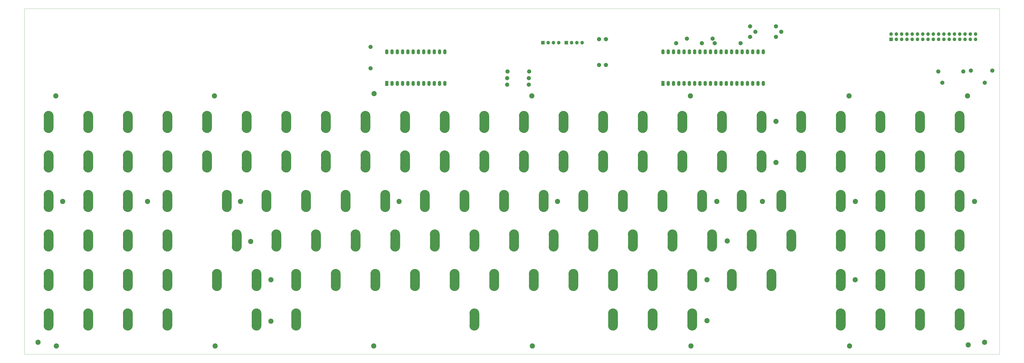
<source format=gbr>
%TF.GenerationSoftware,KiCad,Pcbnew,(6.0.5-0)*%
%TF.CreationDate,2022-06-24T21:01:45-04:00*%
%TF.ProjectId,SpaceCadet-rounded,53706163-6543-4616-9465-742d726f756e,rev?*%
%TF.SameCoordinates,Original*%
%TF.FileFunction,Soldermask,Bot*%
%TF.FilePolarity,Negative*%
%FSLAX46Y46*%
G04 Gerber Fmt 4.6, Leading zero omitted, Abs format (unit mm)*
G04 Created by KiCad (PCBNEW (6.0.5-0)) date 2022-06-24 21:01:45*
%MOMM*%
%LPD*%
G01*
G04 APERTURE LIST*
%TA.AperFunction,Profile*%
%ADD10C,0.100000*%
%TD*%
%ADD11C,0.120000*%
%ADD12C,2.346000*%
%ADD13C,2.500000*%
%ADD14O,2.286000X1.300000*%
%ADD15R,1.600000X2.400000*%
%ADD16O,1.600000X2.400000*%
%ADD17C,2.000000*%
%ADD18R,1.700000X1.700000*%
%ADD19O,1.700000X1.700000*%
G04 APERTURE END LIST*
D10*
X64250000Y-81300000D02*
X533250000Y-81300000D01*
X533250000Y-81300000D02*
X533250000Y-247900000D01*
X533250000Y-247900000D02*
X64250000Y-247900000D01*
X64250000Y-247900000D02*
X64250000Y-81300000D01*
D11*
%TO.C,SW91*%
X454539000Y-196034500D02*
X459111000Y-196034500D01*
X459111000Y-196034500D02*
X459111000Y-190065500D01*
X459111000Y-190065500D02*
X454539000Y-190065500D01*
X454539000Y-190065500D02*
X454539000Y-196034500D01*
G36*
X454539000Y-196034500D02*
G01*
X459111000Y-196034500D01*
X459111000Y-190065500D01*
X454539000Y-190065500D01*
X454539000Y-196034500D01*
G37*
D12*
X457998000Y-190065500D02*
G75*
G03*
X457998000Y-190065500I-1173000J0D01*
G01*
X457998000Y-196034500D02*
G75*
G03*
X457998000Y-196034500I-1173000J0D01*
G01*
D11*
%TO.C,SW73*%
X92589000Y-196034500D02*
X97161000Y-196034500D01*
X97161000Y-196034500D02*
X97161000Y-190065500D01*
X97161000Y-190065500D02*
X92589000Y-190065500D01*
X92589000Y-190065500D02*
X92589000Y-196034500D01*
G36*
X92589000Y-196034500D02*
G01*
X97161000Y-196034500D01*
X97161000Y-190065500D01*
X92589000Y-190065500D01*
X92589000Y-196034500D01*
G37*
D12*
X96048000Y-190065500D02*
G75*
G03*
X96048000Y-190065500I-1173000J0D01*
G01*
X96048000Y-196034500D02*
G75*
G03*
X96048000Y-196034500I-1173000J0D01*
G01*
D11*
%TO.C,SW104*%
X249751500Y-215084500D02*
X254323500Y-215084500D01*
X254323500Y-215084500D02*
X254323500Y-209115500D01*
X254323500Y-209115500D02*
X249751500Y-209115500D01*
X249751500Y-209115500D02*
X249751500Y-215084500D01*
G36*
X249751500Y-215084500D02*
G01*
X254323500Y-215084500D01*
X254323500Y-209115500D01*
X249751500Y-209115500D01*
X249751500Y-215084500D01*
G37*
D12*
X253210500Y-209115500D02*
G75*
G03*
X253210500Y-209115500I-1173000J0D01*
G01*
X253210500Y-215084500D02*
G75*
G03*
X253210500Y-215084500I-1173000J0D01*
G01*
D11*
%TO.C,SW31*%
X187839000Y-157934500D02*
X192411000Y-157934500D01*
X192411000Y-157934500D02*
X192411000Y-151965500D01*
X192411000Y-151965500D02*
X187839000Y-151965500D01*
X187839000Y-151965500D02*
X187839000Y-157934500D01*
G36*
X187839000Y-157934500D02*
G01*
X192411000Y-157934500D01*
X192411000Y-151965500D01*
X187839000Y-151965500D01*
X187839000Y-157934500D01*
G37*
D12*
X191298000Y-157934500D02*
G75*
G03*
X191298000Y-157934500I-1173000J0D01*
G01*
X191298000Y-151965500D02*
G75*
G03*
X191298000Y-151965500I-1173000J0D01*
G01*
D11*
%TO.C,SW7*%
X187839000Y-138884500D02*
X192411000Y-138884500D01*
X192411000Y-138884500D02*
X192411000Y-132915500D01*
X192411000Y-132915500D02*
X187839000Y-132915500D01*
X187839000Y-132915500D02*
X187839000Y-138884500D01*
G36*
X187839000Y-138884500D02*
G01*
X192411000Y-138884500D01*
X192411000Y-132915500D01*
X187839000Y-132915500D01*
X187839000Y-138884500D01*
G37*
D12*
X191298000Y-132915500D02*
G75*
G03*
X191298000Y-132915500I-1173000J0D01*
G01*
X191298000Y-138884500D02*
G75*
G03*
X191298000Y-138884500I-1173000J0D01*
G01*
D11*
%TO.C,SW112*%
X402151500Y-215084500D02*
X406723500Y-215084500D01*
X406723500Y-215084500D02*
X406723500Y-209115500D01*
X406723500Y-209115500D02*
X402151500Y-209115500D01*
X402151500Y-209115500D02*
X402151500Y-215084500D01*
G36*
X402151500Y-215084500D02*
G01*
X406723500Y-215084500D01*
X406723500Y-209115500D01*
X402151500Y-209115500D01*
X402151500Y-215084500D01*
G37*
D12*
X405610500Y-209115500D02*
G75*
G03*
X405610500Y-209115500I-1173000J0D01*
G01*
X405610500Y-215084500D02*
G75*
G03*
X405610500Y-215084500I-1173000J0D01*
G01*
D11*
%TO.C,SW113*%
X421201500Y-215084500D02*
X425773500Y-215084500D01*
X425773500Y-215084500D02*
X425773500Y-209115500D01*
X425773500Y-209115500D02*
X421201500Y-209115500D01*
X421201500Y-209115500D02*
X421201500Y-215084500D01*
G36*
X421201500Y-215084500D02*
G01*
X425773500Y-215084500D01*
X425773500Y-209115500D01*
X421201500Y-209115500D01*
X421201500Y-215084500D01*
G37*
D12*
X424660500Y-215084500D02*
G75*
G03*
X424660500Y-215084500I-1173000J0D01*
G01*
X424660500Y-209115500D02*
G75*
G03*
X424660500Y-209115500I-1173000J0D01*
G01*
D11*
%TO.C,SW127*%
X492639000Y-234134500D02*
X497211000Y-234134500D01*
X497211000Y-234134500D02*
X497211000Y-228165500D01*
X497211000Y-228165500D02*
X492639000Y-228165500D01*
X492639000Y-228165500D02*
X492639000Y-234134500D01*
G36*
X492639000Y-234134500D02*
G01*
X497211000Y-234134500D01*
X497211000Y-228165500D01*
X492639000Y-228165500D01*
X492639000Y-234134500D01*
G37*
D12*
X496098000Y-234134500D02*
G75*
G03*
X496098000Y-234134500I-1173000J0D01*
G01*
X496098000Y-228165500D02*
G75*
G03*
X496098000Y-228165500I-1173000J0D01*
G01*
D11*
%TO.C,SW1*%
X73539000Y-138884500D02*
X78111000Y-138884500D01*
X78111000Y-138884500D02*
X78111000Y-132915500D01*
X78111000Y-132915500D02*
X73539000Y-132915500D01*
X73539000Y-132915500D02*
X73539000Y-138884500D01*
G36*
X73539000Y-138884500D02*
G01*
X78111000Y-138884500D01*
X78111000Y-132915500D01*
X73539000Y-132915500D01*
X73539000Y-138884500D01*
G37*
D12*
X76998000Y-132915500D02*
G75*
G03*
X76998000Y-132915500I-1173000J0D01*
G01*
X76998000Y-138884500D02*
G75*
G03*
X76998000Y-138884500I-1173000J0D01*
G01*
D11*
%TO.C,SW10*%
X244989000Y-138884500D02*
X249561000Y-138884500D01*
X249561000Y-138884500D02*
X249561000Y-132915500D01*
X249561000Y-132915500D02*
X244989000Y-132915500D01*
X244989000Y-132915500D02*
X244989000Y-138884500D01*
G36*
X244989000Y-138884500D02*
G01*
X249561000Y-138884500D01*
X249561000Y-132915500D01*
X244989000Y-132915500D01*
X244989000Y-138884500D01*
G37*
D12*
X248448000Y-138884500D02*
G75*
G03*
X248448000Y-138884500I-1173000J0D01*
G01*
X248448000Y-132915500D02*
G75*
G03*
X248448000Y-132915500I-1173000J0D01*
G01*
D11*
%TO.C,SW59*%
X273564000Y-176984500D02*
X278136000Y-176984500D01*
X278136000Y-176984500D02*
X278136000Y-171015500D01*
X278136000Y-171015500D02*
X273564000Y-171015500D01*
X273564000Y-171015500D02*
X273564000Y-176984500D01*
G36*
X273564000Y-176984500D02*
G01*
X278136000Y-176984500D01*
X278136000Y-171015500D01*
X273564000Y-171015500D01*
X273564000Y-176984500D01*
G37*
D12*
X277023000Y-171015500D02*
G75*
G03*
X277023000Y-171015500I-1173000J0D01*
G01*
X277023000Y-176984500D02*
G75*
G03*
X277023000Y-176984500I-1173000J0D01*
G01*
D11*
%TO.C,SW98*%
X130689000Y-215084500D02*
X135261000Y-215084500D01*
X135261000Y-215084500D02*
X135261000Y-209115500D01*
X135261000Y-209115500D02*
X130689000Y-209115500D01*
X130689000Y-209115500D02*
X130689000Y-215084500D01*
G36*
X130689000Y-215084500D02*
G01*
X135261000Y-215084500D01*
X135261000Y-209115500D01*
X130689000Y-209115500D01*
X130689000Y-215084500D01*
G37*
D12*
X134148000Y-209115500D02*
G75*
G03*
X134148000Y-209115500I-1173000J0D01*
G01*
X134148000Y-215084500D02*
G75*
G03*
X134148000Y-215084500I-1173000J0D01*
G01*
D11*
%TO.C,SW93*%
X492639000Y-196034500D02*
X497211000Y-196034500D01*
X497211000Y-196034500D02*
X497211000Y-190065500D01*
X497211000Y-190065500D02*
X492639000Y-190065500D01*
X492639000Y-190065500D02*
X492639000Y-196034500D01*
G36*
X492639000Y-196034500D02*
G01*
X497211000Y-196034500D01*
X497211000Y-190065500D01*
X492639000Y-190065500D01*
X492639000Y-196034500D01*
G37*
D12*
X496098000Y-196034500D02*
G75*
G03*
X496098000Y-196034500I-1173000J0D01*
G01*
X496098000Y-190065500D02*
G75*
G03*
X496098000Y-190065500I-1173000J0D01*
G01*
D11*
%TO.C,SW119*%
X92589000Y-234134500D02*
X97161000Y-234134500D01*
X97161000Y-234134500D02*
X97161000Y-228165500D01*
X97161000Y-228165500D02*
X92589000Y-228165500D01*
X92589000Y-228165500D02*
X92589000Y-234134500D01*
G36*
X92589000Y-234134500D02*
G01*
X97161000Y-234134500D01*
X97161000Y-228165500D01*
X92589000Y-228165500D01*
X92589000Y-234134500D01*
G37*
D12*
X96048000Y-228165500D02*
G75*
G03*
X96048000Y-228165500I-1173000J0D01*
G01*
X96048000Y-234134500D02*
G75*
G03*
X96048000Y-234134500I-1173000J0D01*
G01*
D11*
%TO.C,SW57*%
X235464000Y-176984500D02*
X240036000Y-176984500D01*
X240036000Y-176984500D02*
X240036000Y-171015500D01*
X240036000Y-171015500D02*
X235464000Y-171015500D01*
X235464000Y-171015500D02*
X235464000Y-176984500D01*
G36*
X235464000Y-176984500D02*
G01*
X240036000Y-176984500D01*
X240036000Y-171015500D01*
X235464000Y-171015500D01*
X235464000Y-176984500D01*
G37*
D12*
X238923000Y-171015500D02*
G75*
G03*
X238923000Y-171015500I-1173000J0D01*
G01*
X238923000Y-176984500D02*
G75*
G03*
X238923000Y-176984500I-1173000J0D01*
G01*
D11*
%TO.C,SW92*%
X473589000Y-196034500D02*
X478161000Y-196034500D01*
X478161000Y-196034500D02*
X478161000Y-190065500D01*
X478161000Y-190065500D02*
X473589000Y-190065500D01*
X473589000Y-190065500D02*
X473589000Y-196034500D01*
G36*
X473589000Y-196034500D02*
G01*
X478161000Y-196034500D01*
X478161000Y-190065500D01*
X473589000Y-190065500D01*
X473589000Y-196034500D01*
G37*
D12*
X477048000Y-196034500D02*
G75*
G03*
X477048000Y-196034500I-1173000J0D01*
G01*
X477048000Y-190065500D02*
G75*
G03*
X477048000Y-190065500I-1173000J0D01*
G01*
D11*
%TO.C,SW83*%
X297376500Y-196034500D02*
X301948500Y-196034500D01*
X301948500Y-196034500D02*
X301948500Y-190065500D01*
X301948500Y-190065500D02*
X297376500Y-190065500D01*
X297376500Y-190065500D02*
X297376500Y-196034500D01*
G36*
X297376500Y-196034500D02*
G01*
X301948500Y-196034500D01*
X301948500Y-190065500D01*
X297376500Y-190065500D01*
X297376500Y-196034500D01*
G37*
D12*
X300835500Y-196034500D02*
G75*
G03*
X300835500Y-196034500I-1173000J0D01*
G01*
X300835500Y-190065500D02*
G75*
G03*
X300835500Y-190065500I-1173000J0D01*
G01*
D11*
%TO.C,SW97*%
X111639000Y-215084500D02*
X116211000Y-215084500D01*
X116211000Y-215084500D02*
X116211000Y-209115500D01*
X116211000Y-209115500D02*
X111639000Y-209115500D01*
X111639000Y-209115500D02*
X111639000Y-215084500D01*
G36*
X111639000Y-215084500D02*
G01*
X116211000Y-215084500D01*
X116211000Y-209115500D01*
X111639000Y-209115500D01*
X111639000Y-215084500D01*
G37*
D12*
X115098000Y-209115500D02*
G75*
G03*
X115098000Y-209115500I-1173000J0D01*
G01*
X115098000Y-215084500D02*
G75*
G03*
X115098000Y-215084500I-1173000J0D01*
G01*
D11*
%TO.C,SW76*%
X164026500Y-196034500D02*
X168598500Y-196034500D01*
X168598500Y-196034500D02*
X168598500Y-190065500D01*
X168598500Y-190065500D02*
X164026500Y-190065500D01*
X164026500Y-190065500D02*
X164026500Y-196034500D01*
G36*
X164026500Y-196034500D02*
G01*
X168598500Y-196034500D01*
X168598500Y-190065500D01*
X164026500Y-190065500D01*
X164026500Y-196034500D01*
G37*
D12*
X167485500Y-190065500D02*
G75*
G03*
X167485500Y-190065500I-1173000J0D01*
G01*
X167485500Y-196034500D02*
G75*
G03*
X167485500Y-196034500I-1173000J0D01*
G01*
D11*
%TO.C,SW110*%
X364051500Y-215084500D02*
X368623500Y-215084500D01*
X368623500Y-215084500D02*
X368623500Y-209115500D01*
X368623500Y-209115500D02*
X364051500Y-209115500D01*
X364051500Y-209115500D02*
X364051500Y-215084500D01*
G36*
X364051500Y-215084500D02*
G01*
X368623500Y-215084500D01*
X368623500Y-209115500D01*
X364051500Y-209115500D01*
X364051500Y-215084500D01*
G37*
D12*
X367510500Y-215084500D02*
G75*
G03*
X367510500Y-215084500I-1173000J0D01*
G01*
X367510500Y-209115500D02*
G75*
G03*
X367510500Y-209115500I-1173000J0D01*
G01*
D11*
%TO.C,SW128*%
X511689000Y-234134500D02*
X516261000Y-234134500D01*
X516261000Y-234134500D02*
X516261000Y-228165500D01*
X516261000Y-228165500D02*
X511689000Y-228165500D01*
X511689000Y-228165500D02*
X511689000Y-234134500D01*
G36*
X511689000Y-234134500D02*
G01*
X516261000Y-234134500D01*
X516261000Y-228165500D01*
X511689000Y-228165500D01*
X511689000Y-234134500D01*
G37*
D12*
X515148000Y-228165500D02*
G75*
G03*
X515148000Y-228165500I-1173000J0D01*
G01*
X515148000Y-234134500D02*
G75*
G03*
X515148000Y-234134500I-1173000J0D01*
G01*
D11*
%TO.C,SW55*%
X197364000Y-176984500D02*
X201936000Y-176984500D01*
X201936000Y-176984500D02*
X201936000Y-171015500D01*
X201936000Y-171015500D02*
X197364000Y-171015500D01*
X197364000Y-171015500D02*
X197364000Y-176984500D01*
G36*
X197364000Y-176984500D02*
G01*
X201936000Y-176984500D01*
X201936000Y-171015500D01*
X197364000Y-171015500D01*
X197364000Y-176984500D01*
G37*
D12*
X200823000Y-171015500D02*
G75*
G03*
X200823000Y-171015500I-1173000J0D01*
G01*
X200823000Y-176984500D02*
G75*
G03*
X200823000Y-176984500I-1173000J0D01*
G01*
D11*
%TO.C,SW5*%
X149739000Y-138884500D02*
X154311000Y-138884500D01*
X154311000Y-138884500D02*
X154311000Y-132915500D01*
X154311000Y-132915500D02*
X149739000Y-132915500D01*
X149739000Y-132915500D02*
X149739000Y-138884500D01*
G36*
X149739000Y-138884500D02*
G01*
X154311000Y-138884500D01*
X154311000Y-132915500D01*
X149739000Y-132915500D01*
X149739000Y-138884500D01*
G37*
D12*
X153198000Y-132915500D02*
G75*
G03*
X153198000Y-132915500I-1173000J0D01*
G01*
X153198000Y-138884500D02*
G75*
G03*
X153198000Y-138884500I-1173000J0D01*
G01*
D11*
%TO.C,SW105*%
X268801500Y-215084500D02*
X273373500Y-215084500D01*
X273373500Y-215084500D02*
X273373500Y-209115500D01*
X273373500Y-209115500D02*
X268801500Y-209115500D01*
X268801500Y-209115500D02*
X268801500Y-215084500D01*
G36*
X268801500Y-215084500D02*
G01*
X273373500Y-215084500D01*
X273373500Y-209115500D01*
X268801500Y-209115500D01*
X268801500Y-215084500D01*
G37*
D12*
X272260500Y-215084500D02*
G75*
G03*
X272260500Y-215084500I-1173000J0D01*
G01*
X272260500Y-209115500D02*
G75*
G03*
X272260500Y-209115500I-1173000J0D01*
G01*
D11*
%TO.C,SW33*%
X225939000Y-157934500D02*
X230511000Y-157934500D01*
X230511000Y-157934500D02*
X230511000Y-151965500D01*
X230511000Y-151965500D02*
X225939000Y-151965500D01*
X225939000Y-151965500D02*
X225939000Y-157934500D01*
G36*
X225939000Y-157934500D02*
G01*
X230511000Y-157934500D01*
X230511000Y-151965500D01*
X225939000Y-151965500D01*
X225939000Y-157934500D01*
G37*
D12*
X229398000Y-151965500D02*
G75*
G03*
X229398000Y-151965500I-1173000J0D01*
G01*
X229398000Y-157934500D02*
G75*
G03*
X229398000Y-157934500I-1173000J0D01*
G01*
D11*
%TO.C,SW86*%
X354526500Y-196034500D02*
X359098500Y-196034500D01*
X359098500Y-196034500D02*
X359098500Y-190065500D01*
X359098500Y-190065500D02*
X354526500Y-190065500D01*
X354526500Y-190065500D02*
X354526500Y-196034500D01*
G36*
X354526500Y-196034500D02*
G01*
X359098500Y-196034500D01*
X359098500Y-190065500D01*
X354526500Y-190065500D01*
X354526500Y-196034500D01*
G37*
D12*
X357985500Y-196034500D02*
G75*
G03*
X357985500Y-196034500I-1173000J0D01*
G01*
X357985500Y-190065500D02*
G75*
G03*
X357985500Y-190065500I-1173000J0D01*
G01*
D11*
%TO.C,SW61*%
X311664000Y-176984500D02*
X316236000Y-176984500D01*
X316236000Y-176984500D02*
X316236000Y-171015500D01*
X316236000Y-171015500D02*
X311664000Y-171015500D01*
X311664000Y-171015500D02*
X311664000Y-176984500D01*
G36*
X311664000Y-176984500D02*
G01*
X316236000Y-176984500D01*
X316236000Y-171015500D01*
X311664000Y-171015500D01*
X311664000Y-176984500D01*
G37*
D12*
X315123000Y-171015500D02*
G75*
G03*
X315123000Y-171015500I-1173000J0D01*
G01*
X315123000Y-176984500D02*
G75*
G03*
X315123000Y-176984500I-1173000J0D01*
G01*
D11*
%TO.C,SW8*%
X206889000Y-138884500D02*
X211461000Y-138884500D01*
X211461000Y-138884500D02*
X211461000Y-132915500D01*
X211461000Y-132915500D02*
X206889000Y-132915500D01*
X206889000Y-132915500D02*
X206889000Y-138884500D01*
G36*
X206889000Y-138884500D02*
G01*
X211461000Y-138884500D01*
X211461000Y-132915500D01*
X206889000Y-132915500D01*
X206889000Y-138884500D01*
G37*
D12*
X210348000Y-132915500D02*
G75*
G03*
X210348000Y-132915500I-1173000J0D01*
G01*
X210348000Y-138884500D02*
G75*
G03*
X210348000Y-138884500I-1173000J0D01*
G01*
D11*
%TO.C,SW15*%
X340239000Y-138884500D02*
X344811000Y-138884500D01*
X344811000Y-138884500D02*
X344811000Y-132915500D01*
X344811000Y-132915500D02*
X340239000Y-132915500D01*
X340239000Y-132915500D02*
X340239000Y-138884500D01*
G36*
X340239000Y-138884500D02*
G01*
X344811000Y-138884500D01*
X344811000Y-132915500D01*
X340239000Y-132915500D01*
X340239000Y-138884500D01*
G37*
D12*
X343698000Y-138884500D02*
G75*
G03*
X343698000Y-138884500I-1173000J0D01*
G01*
X343698000Y-132915500D02*
G75*
G03*
X343698000Y-132915500I-1173000J0D01*
G01*
D11*
%TO.C,SW69*%
X473589000Y-176984500D02*
X478161000Y-176984500D01*
X478161000Y-176984500D02*
X478161000Y-171015500D01*
X478161000Y-171015500D02*
X473589000Y-171015500D01*
X473589000Y-171015500D02*
X473589000Y-176984500D01*
G36*
X473589000Y-176984500D02*
G01*
X478161000Y-176984500D01*
X478161000Y-171015500D01*
X473589000Y-171015500D01*
X473589000Y-176984500D01*
G37*
D12*
X477048000Y-176984500D02*
G75*
G03*
X477048000Y-176984500I-1173000J0D01*
G01*
X477048000Y-171015500D02*
G75*
G03*
X477048000Y-171015500I-1173000J0D01*
G01*
D11*
%TO.C,SW50*%
X92589000Y-176984500D02*
X97161000Y-176984500D01*
X97161000Y-176984500D02*
X97161000Y-171015500D01*
X97161000Y-171015500D02*
X92589000Y-171015500D01*
X92589000Y-171015500D02*
X92589000Y-176984500D01*
G36*
X92589000Y-176984500D02*
G01*
X97161000Y-176984500D01*
X97161000Y-171015500D01*
X92589000Y-171015500D01*
X92589000Y-176984500D01*
G37*
D12*
X96048000Y-171015500D02*
G75*
G03*
X96048000Y-171015500I-1173000J0D01*
G01*
X96048000Y-176984500D02*
G75*
G03*
X96048000Y-176984500I-1173000J0D01*
G01*
D11*
%TO.C,SW44*%
X435489000Y-157934500D02*
X440061000Y-157934500D01*
X440061000Y-157934500D02*
X440061000Y-151965500D01*
X440061000Y-151965500D02*
X435489000Y-151965500D01*
X435489000Y-151965500D02*
X435489000Y-157934500D01*
G36*
X435489000Y-157934500D02*
G01*
X440061000Y-157934500D01*
X440061000Y-151965500D01*
X435489000Y-151965500D01*
X435489000Y-157934500D01*
G37*
D12*
X438948000Y-157934500D02*
G75*
G03*
X438948000Y-157934500I-1173000J0D01*
G01*
X438948000Y-151965500D02*
G75*
G03*
X438948000Y-151965500I-1173000J0D01*
G01*
D11*
%TO.C,SW115*%
X473589000Y-215084500D02*
X478161000Y-215084500D01*
X478161000Y-215084500D02*
X478161000Y-209115500D01*
X478161000Y-209115500D02*
X473589000Y-209115500D01*
X473589000Y-209115500D02*
X473589000Y-215084500D01*
G36*
X473589000Y-215084500D02*
G01*
X478161000Y-215084500D01*
X478161000Y-209115500D01*
X473589000Y-209115500D01*
X473589000Y-215084500D01*
G37*
D12*
X477048000Y-209115500D02*
G75*
G03*
X477048000Y-209115500I-1173000J0D01*
G01*
X477048000Y-215084500D02*
G75*
G03*
X477048000Y-215084500I-1173000J0D01*
G01*
D11*
%TO.C,SW16*%
X359289000Y-138884500D02*
X363861000Y-138884500D01*
X363861000Y-138884500D02*
X363861000Y-132915500D01*
X363861000Y-132915500D02*
X359289000Y-132915500D01*
X359289000Y-132915500D02*
X359289000Y-138884500D01*
G36*
X359289000Y-138884500D02*
G01*
X363861000Y-138884500D01*
X363861000Y-132915500D01*
X359289000Y-132915500D01*
X359289000Y-138884500D01*
G37*
D12*
X362748000Y-138884500D02*
G75*
G03*
X362748000Y-138884500I-1173000J0D01*
G01*
X362748000Y-132915500D02*
G75*
G03*
X362748000Y-132915500I-1173000J0D01*
G01*
D11*
%TO.C,SW19*%
X416439000Y-138884500D02*
X421011000Y-138884500D01*
X421011000Y-138884500D02*
X421011000Y-132915500D01*
X421011000Y-132915500D02*
X416439000Y-132915500D01*
X416439000Y-132915500D02*
X416439000Y-138884500D01*
G36*
X416439000Y-138884500D02*
G01*
X421011000Y-138884500D01*
X421011000Y-132915500D01*
X416439000Y-132915500D01*
X416439000Y-138884500D01*
G37*
D12*
X419898000Y-132915500D02*
G75*
G03*
X419898000Y-132915500I-1173000J0D01*
G01*
X419898000Y-138884500D02*
G75*
G03*
X419898000Y-138884500I-1173000J0D01*
G01*
D11*
%TO.C,SW120*%
X111639000Y-234134500D02*
X116211000Y-234134500D01*
X116211000Y-234134500D02*
X116211000Y-228165500D01*
X116211000Y-228165500D02*
X111639000Y-228165500D01*
X111639000Y-228165500D02*
X111639000Y-234134500D01*
G36*
X111639000Y-234134500D02*
G01*
X116211000Y-234134500D01*
X116211000Y-228165500D01*
X111639000Y-228165500D01*
X111639000Y-234134500D01*
G37*
D12*
X115098000Y-228165500D02*
G75*
G03*
X115098000Y-228165500I-1173000J0D01*
G01*
X115098000Y-234134500D02*
G75*
G03*
X115098000Y-234134500I-1173000J0D01*
G01*
D11*
%TO.C,SW49*%
X73539000Y-176984500D02*
X78111000Y-176984500D01*
X78111000Y-176984500D02*
X78111000Y-171015500D01*
X78111000Y-171015500D02*
X73539000Y-171015500D01*
X73539000Y-171015500D02*
X73539000Y-176984500D01*
G36*
X73539000Y-176984500D02*
G01*
X78111000Y-176984500D01*
X78111000Y-171015500D01*
X73539000Y-171015500D01*
X73539000Y-176984500D01*
G37*
D12*
X76998000Y-176984500D02*
G75*
G03*
X76998000Y-176984500I-1173000J0D01*
G01*
X76998000Y-171015500D02*
G75*
G03*
X76998000Y-171015500I-1173000J0D01*
G01*
D11*
%TO.C,SW70*%
X492639000Y-176984500D02*
X497211000Y-176984500D01*
X497211000Y-176984500D02*
X497211000Y-171015500D01*
X497211000Y-171015500D02*
X492639000Y-171015500D01*
X492639000Y-171015500D02*
X492639000Y-176984500D01*
G36*
X492639000Y-176984500D02*
G01*
X497211000Y-176984500D01*
X497211000Y-171015500D01*
X492639000Y-171015500D01*
X492639000Y-176984500D01*
G37*
D12*
X496098000Y-171015500D02*
G75*
G03*
X496098000Y-171015500I-1173000J0D01*
G01*
X496098000Y-176984500D02*
G75*
G03*
X496098000Y-176984500I-1173000J0D01*
G01*
D11*
%TO.C,SW28*%
X130689000Y-157934500D02*
X135261000Y-157934500D01*
X135261000Y-157934500D02*
X135261000Y-151965500D01*
X135261000Y-151965500D02*
X130689000Y-151965500D01*
X130689000Y-151965500D02*
X130689000Y-157934500D01*
G36*
X130689000Y-157934500D02*
G01*
X135261000Y-157934500D01*
X135261000Y-151965500D01*
X130689000Y-151965500D01*
X130689000Y-157934500D01*
G37*
D12*
X134148000Y-151965500D02*
G75*
G03*
X134148000Y-151965500I-1173000J0D01*
G01*
X134148000Y-157934500D02*
G75*
G03*
X134148000Y-157934500I-1173000J0D01*
G01*
D11*
%TO.C,SW54*%
X178314000Y-176984500D02*
X182886000Y-176984500D01*
X182886000Y-176984500D02*
X182886000Y-171015500D01*
X182886000Y-171015500D02*
X178314000Y-171015500D01*
X178314000Y-171015500D02*
X178314000Y-176984500D01*
G36*
X178314000Y-176984500D02*
G01*
X182886000Y-176984500D01*
X182886000Y-171015500D01*
X178314000Y-171015500D01*
X178314000Y-176984500D01*
G37*
D12*
X181773000Y-176984500D02*
G75*
G03*
X181773000Y-176984500I-1173000J0D01*
G01*
X181773000Y-171015500D02*
G75*
G03*
X181773000Y-171015500I-1173000J0D01*
G01*
D11*
%TO.C,SW67*%
X425964000Y-176984500D02*
X430536000Y-176984500D01*
X430536000Y-176984500D02*
X430536000Y-171015500D01*
X430536000Y-171015500D02*
X425964000Y-171015500D01*
X425964000Y-171015500D02*
X425964000Y-176984500D01*
G36*
X425964000Y-176984500D02*
G01*
X430536000Y-176984500D01*
X430536000Y-171015500D01*
X425964000Y-171015500D01*
X425964000Y-176984500D01*
G37*
D12*
X429423000Y-176984500D02*
G75*
G03*
X429423000Y-176984500I-1173000J0D01*
G01*
X429423000Y-171015500D02*
G75*
G03*
X429423000Y-171015500I-1173000J0D01*
G01*
D11*
%TO.C,SW56*%
X216414000Y-176984500D02*
X220986000Y-176984500D01*
X220986000Y-176984500D02*
X220986000Y-171015500D01*
X220986000Y-171015500D02*
X216414000Y-171015500D01*
X216414000Y-171015500D02*
X216414000Y-176984500D01*
G36*
X216414000Y-176984500D02*
G01*
X220986000Y-176984500D01*
X220986000Y-171015500D01*
X216414000Y-171015500D01*
X216414000Y-176984500D01*
G37*
D12*
X219873000Y-171015500D02*
G75*
G03*
X219873000Y-171015500I-1173000J0D01*
G01*
X219873000Y-176984500D02*
G75*
G03*
X219873000Y-176984500I-1173000J0D01*
G01*
D11*
%TO.C,SW89*%
X411676500Y-196034500D02*
X416248500Y-196034500D01*
X416248500Y-196034500D02*
X416248500Y-190065500D01*
X416248500Y-190065500D02*
X411676500Y-190065500D01*
X411676500Y-190065500D02*
X411676500Y-196034500D01*
G36*
X411676500Y-196034500D02*
G01*
X416248500Y-196034500D01*
X416248500Y-190065500D01*
X411676500Y-190065500D01*
X411676500Y-196034500D01*
G37*
D12*
X415135500Y-190065500D02*
G75*
G03*
X415135500Y-190065500I-1173000J0D01*
G01*
X415135500Y-196034500D02*
G75*
G03*
X415135500Y-196034500I-1173000J0D01*
G01*
D11*
%TO.C,SW48*%
X511689000Y-157934500D02*
X516261000Y-157934500D01*
X516261000Y-157934500D02*
X516261000Y-151965500D01*
X516261000Y-151965500D02*
X511689000Y-151965500D01*
X511689000Y-151965500D02*
X511689000Y-157934500D01*
G36*
X511689000Y-157934500D02*
G01*
X516261000Y-157934500D01*
X516261000Y-151965500D01*
X511689000Y-151965500D01*
X511689000Y-157934500D01*
G37*
D12*
X515148000Y-157934500D02*
G75*
G03*
X515148000Y-157934500I-1173000J0D01*
G01*
X515148000Y-151965500D02*
G75*
G03*
X515148000Y-151965500I-1173000J0D01*
G01*
D11*
%TO.C,SW122*%
X173551500Y-234134500D02*
X178123500Y-234134500D01*
X178123500Y-234134500D02*
X178123500Y-228165500D01*
X178123500Y-228165500D02*
X173551500Y-228165500D01*
X173551500Y-228165500D02*
X173551500Y-234134500D01*
G36*
X173551500Y-234134500D02*
G01*
X178123500Y-234134500D01*
X178123500Y-228165500D01*
X173551500Y-228165500D01*
X173551500Y-234134500D01*
G37*
D12*
X177010500Y-228165500D02*
G75*
G03*
X177010500Y-228165500I-1173000J0D01*
G01*
X177010500Y-234134500D02*
G75*
G03*
X177010500Y-234134500I-1173000J0D01*
G01*
D11*
%TO.C,SW84*%
X316426500Y-196034500D02*
X320998500Y-196034500D01*
X320998500Y-196034500D02*
X320998500Y-190065500D01*
X320998500Y-190065500D02*
X316426500Y-190065500D01*
X316426500Y-190065500D02*
X316426500Y-196034500D01*
G36*
X316426500Y-196034500D02*
G01*
X320998500Y-196034500D01*
X320998500Y-190065500D01*
X316426500Y-190065500D01*
X316426500Y-196034500D01*
G37*
D12*
X319885500Y-196034500D02*
G75*
G03*
X319885500Y-196034500I-1173000J0D01*
G01*
X319885500Y-190065500D02*
G75*
G03*
X319885500Y-190065500I-1173000J0D01*
G01*
D11*
%TO.C,SW123*%
X278326500Y-234134500D02*
X282898500Y-234134500D01*
X282898500Y-234134500D02*
X282898500Y-228165500D01*
X282898500Y-228165500D02*
X278326500Y-228165500D01*
X278326500Y-228165500D02*
X278326500Y-234134500D01*
G36*
X278326500Y-234134500D02*
G01*
X282898500Y-234134500D01*
X282898500Y-228165500D01*
X278326500Y-228165500D01*
X278326500Y-234134500D01*
G37*
D12*
X281785500Y-228165500D02*
G75*
G03*
X281785500Y-228165500I-1173000J0D01*
G01*
X281785500Y-234134500D02*
G75*
G03*
X281785500Y-234134500I-1173000J0D01*
G01*
D11*
%TO.C,SW62*%
X330714000Y-176984500D02*
X335286000Y-176984500D01*
X335286000Y-176984500D02*
X335286000Y-171015500D01*
X335286000Y-171015500D02*
X330714000Y-171015500D01*
X330714000Y-171015500D02*
X330714000Y-176984500D01*
G36*
X330714000Y-176984500D02*
G01*
X335286000Y-176984500D01*
X335286000Y-171015500D01*
X330714000Y-171015500D01*
X330714000Y-176984500D01*
G37*
D12*
X334173000Y-171015500D02*
G75*
G03*
X334173000Y-171015500I-1173000J0D01*
G01*
X334173000Y-176984500D02*
G75*
G03*
X334173000Y-176984500I-1173000J0D01*
G01*
D11*
%TO.C,SW100*%
X173551500Y-215084500D02*
X178123500Y-215084500D01*
X178123500Y-215084500D02*
X178123500Y-209115500D01*
X178123500Y-209115500D02*
X173551500Y-209115500D01*
X173551500Y-209115500D02*
X173551500Y-215084500D01*
G36*
X173551500Y-215084500D02*
G01*
X178123500Y-215084500D01*
X178123500Y-209115500D01*
X173551500Y-209115500D01*
X173551500Y-215084500D01*
G37*
D12*
X177010500Y-209115500D02*
G75*
G03*
X177010500Y-209115500I-1173000J0D01*
G01*
X177010500Y-215084500D02*
G75*
G03*
X177010500Y-215084500I-1173000J0D01*
G01*
D11*
%TO.C,SW22*%
X473589000Y-138884500D02*
X478161000Y-138884500D01*
X478161000Y-138884500D02*
X478161000Y-132915500D01*
X478161000Y-132915500D02*
X473589000Y-132915500D01*
X473589000Y-132915500D02*
X473589000Y-138884500D01*
G36*
X473589000Y-138884500D02*
G01*
X478161000Y-138884500D01*
X478161000Y-132915500D01*
X473589000Y-132915500D01*
X473589000Y-138884500D01*
G37*
D12*
X477048000Y-132915500D02*
G75*
G03*
X477048000Y-132915500I-1173000J0D01*
G01*
X477048000Y-138884500D02*
G75*
G03*
X477048000Y-138884500I-1173000J0D01*
G01*
D11*
%TO.C,SW116*%
X492639000Y-215084500D02*
X497211000Y-215084500D01*
X497211000Y-215084500D02*
X497211000Y-209115500D01*
X497211000Y-209115500D02*
X492639000Y-209115500D01*
X492639000Y-209115500D02*
X492639000Y-215084500D01*
G36*
X492639000Y-215084500D02*
G01*
X497211000Y-215084500D01*
X497211000Y-209115500D01*
X492639000Y-209115500D01*
X492639000Y-215084500D01*
G37*
D12*
X496098000Y-209115500D02*
G75*
G03*
X496098000Y-209115500I-1173000J0D01*
G01*
X496098000Y-215084500D02*
G75*
G03*
X496098000Y-215084500I-1173000J0D01*
G01*
D11*
%TO.C,SW32*%
X206889000Y-157934500D02*
X211461000Y-157934500D01*
X211461000Y-157934500D02*
X211461000Y-151965500D01*
X211461000Y-151965500D02*
X206889000Y-151965500D01*
X206889000Y-151965500D02*
X206889000Y-157934500D01*
G36*
X206889000Y-157934500D02*
G01*
X211461000Y-157934500D01*
X211461000Y-151965500D01*
X206889000Y-151965500D01*
X206889000Y-157934500D01*
G37*
D12*
X210348000Y-157934500D02*
G75*
G03*
X210348000Y-157934500I-1173000J0D01*
G01*
X210348000Y-151965500D02*
G75*
G03*
X210348000Y-151965500I-1173000J0D01*
G01*
D11*
%TO.C,SW51*%
X111639000Y-176984500D02*
X116211000Y-176984500D01*
X116211000Y-176984500D02*
X116211000Y-171015500D01*
X116211000Y-171015500D02*
X111639000Y-171015500D01*
X111639000Y-171015500D02*
X111639000Y-176984500D01*
G36*
X111639000Y-176984500D02*
G01*
X116211000Y-176984500D01*
X116211000Y-171015500D01*
X111639000Y-171015500D01*
X111639000Y-176984500D01*
G37*
D12*
X115098000Y-176984500D02*
G75*
G03*
X115098000Y-176984500I-1173000J0D01*
G01*
X115098000Y-171015500D02*
G75*
G03*
X115098000Y-171015500I-1173000J0D01*
G01*
D11*
%TO.C,SW24*%
X511689000Y-138884500D02*
X516261000Y-138884500D01*
X516261000Y-138884500D02*
X516261000Y-132915500D01*
X516261000Y-132915500D02*
X511689000Y-132915500D01*
X511689000Y-132915500D02*
X511689000Y-138884500D01*
G36*
X511689000Y-138884500D02*
G01*
X516261000Y-138884500D01*
X516261000Y-132915500D01*
X511689000Y-132915500D01*
X511689000Y-138884500D01*
G37*
D12*
X515148000Y-138884500D02*
G75*
G03*
X515148000Y-138884500I-1173000J0D01*
G01*
X515148000Y-132915500D02*
G75*
G03*
X515148000Y-132915500I-1173000J0D01*
G01*
D11*
%TO.C,SW14*%
X321189034Y-138884508D02*
X325761034Y-138884508D01*
X325761034Y-138884508D02*
X325761034Y-132915508D01*
X325761034Y-132915508D02*
X321189034Y-132915508D01*
X321189034Y-132915508D02*
X321189034Y-138884508D01*
G36*
X321189034Y-138884508D02*
G01*
X325761034Y-138884508D01*
X325761034Y-132915508D01*
X321189034Y-132915508D01*
X321189034Y-138884508D01*
G37*
D12*
X324648034Y-138884508D02*
G75*
G03*
X324648034Y-138884508I-1173000J0D01*
G01*
X324648034Y-132915508D02*
G75*
G03*
X324648034Y-132915508I-1173000J0D01*
G01*
D11*
%TO.C,SW40*%
X359289000Y-157934500D02*
X363861000Y-157934500D01*
X363861000Y-157934500D02*
X363861000Y-151965500D01*
X363861000Y-151965500D02*
X359289000Y-151965500D01*
X359289000Y-151965500D02*
X359289000Y-157934500D01*
G36*
X359289000Y-157934500D02*
G01*
X363861000Y-157934500D01*
X363861000Y-151965500D01*
X359289000Y-151965500D01*
X359289000Y-157934500D01*
G37*
D12*
X362748000Y-157934500D02*
G75*
G03*
X362748000Y-157934500I-1173000J0D01*
G01*
X362748000Y-151965500D02*
G75*
G03*
X362748000Y-151965500I-1173000J0D01*
G01*
D11*
%TO.C,SW64*%
X368814000Y-176984500D02*
X373386000Y-176984500D01*
X373386000Y-176984500D02*
X373386000Y-171015500D01*
X373386000Y-171015500D02*
X368814000Y-171015500D01*
X368814000Y-171015500D02*
X368814000Y-176984500D01*
G36*
X368814000Y-176984500D02*
G01*
X373386000Y-176984500D01*
X373386000Y-171015500D01*
X368814000Y-171015500D01*
X368814000Y-176984500D01*
G37*
D12*
X372273000Y-176984500D02*
G75*
G03*
X372273000Y-176984500I-1173000J0D01*
G01*
X372273000Y-171015500D02*
G75*
G03*
X372273000Y-171015500I-1173000J0D01*
G01*
D11*
%TO.C,SW95*%
X73539000Y-215084500D02*
X78111000Y-215084500D01*
X78111000Y-215084500D02*
X78111000Y-209115500D01*
X78111000Y-209115500D02*
X73539000Y-209115500D01*
X73539000Y-209115500D02*
X73539000Y-215084500D01*
G36*
X73539000Y-215084500D02*
G01*
X78111000Y-215084500D01*
X78111000Y-209115500D01*
X73539000Y-209115500D01*
X73539000Y-215084500D01*
G37*
D12*
X76998000Y-209115500D02*
G75*
G03*
X76998000Y-209115500I-1173000J0D01*
G01*
X76998000Y-215084500D02*
G75*
G03*
X76998000Y-215084500I-1173000J0D01*
G01*
D11*
%TO.C,SW82*%
X278326500Y-196034500D02*
X282898500Y-196034500D01*
X282898500Y-196034500D02*
X282898500Y-190065500D01*
X282898500Y-190065500D02*
X278326500Y-190065500D01*
X278326500Y-190065500D02*
X278326500Y-196034500D01*
G36*
X278326500Y-196034500D02*
G01*
X282898500Y-196034500D01*
X282898500Y-190065500D01*
X278326500Y-190065500D01*
X278326500Y-196034500D01*
G37*
D12*
X281785500Y-190065500D02*
G75*
G03*
X281785500Y-190065500I-1173000J0D01*
G01*
X281785500Y-196034500D02*
G75*
G03*
X281785500Y-196034500I-1173000J0D01*
G01*
D11*
%TO.C,SW17*%
X378339000Y-138884500D02*
X382911000Y-138884500D01*
X382911000Y-138884500D02*
X382911000Y-132915500D01*
X382911000Y-132915500D02*
X378339000Y-132915500D01*
X378339000Y-132915500D02*
X378339000Y-138884500D01*
G36*
X378339000Y-138884500D02*
G01*
X382911000Y-138884500D01*
X382911000Y-132915500D01*
X378339000Y-132915500D01*
X378339000Y-138884500D01*
G37*
D12*
X381798000Y-138884500D02*
G75*
G03*
X381798000Y-138884500I-1173000J0D01*
G01*
X381798000Y-132915500D02*
G75*
G03*
X381798000Y-132915500I-1173000J0D01*
G01*
D11*
%TO.C,SW87*%
X373576500Y-196034500D02*
X378148500Y-196034500D01*
X378148500Y-196034500D02*
X378148500Y-190065500D01*
X378148500Y-190065500D02*
X373576500Y-190065500D01*
X373576500Y-190065500D02*
X373576500Y-196034500D01*
G36*
X373576500Y-196034500D02*
G01*
X378148500Y-196034500D01*
X378148500Y-190065500D01*
X373576500Y-190065500D01*
X373576500Y-196034500D01*
G37*
D12*
X377035500Y-196034500D02*
G75*
G03*
X377035500Y-196034500I-1173000J0D01*
G01*
X377035500Y-190065500D02*
G75*
G03*
X377035500Y-190065500I-1173000J0D01*
G01*
D11*
%TO.C,SW99*%
X154501500Y-215084500D02*
X159073500Y-215084500D01*
X159073500Y-215084500D02*
X159073500Y-209115500D01*
X159073500Y-209115500D02*
X154501500Y-209115500D01*
X154501500Y-209115500D02*
X154501500Y-215084500D01*
G36*
X154501500Y-215084500D02*
G01*
X159073500Y-215084500D01*
X159073500Y-209115500D01*
X154501500Y-209115500D01*
X154501500Y-215084500D01*
G37*
D12*
X157960500Y-215084500D02*
G75*
G03*
X157960500Y-215084500I-1173000J0D01*
G01*
X157960500Y-209115500D02*
G75*
G03*
X157960500Y-209115500I-1173000J0D01*
G01*
D11*
%TO.C,SW124*%
X364051500Y-234134500D02*
X368623500Y-234134500D01*
X368623500Y-234134500D02*
X368623500Y-228165500D01*
X368623500Y-228165500D02*
X364051500Y-228165500D01*
X364051500Y-228165500D02*
X364051500Y-234134500D01*
G36*
X364051500Y-234134500D02*
G01*
X368623500Y-234134500D01*
X368623500Y-228165500D01*
X364051500Y-228165500D01*
X364051500Y-234134500D01*
G37*
D12*
X367510500Y-228165500D02*
G75*
G03*
X367510500Y-228165500I-1173000J0D01*
G01*
X367510500Y-234134500D02*
G75*
G03*
X367510500Y-234134500I-1173000J0D01*
G01*
D11*
%TO.C,SW88*%
X392626500Y-196034500D02*
X397198500Y-196034500D01*
X397198500Y-196034500D02*
X397198500Y-190065500D01*
X397198500Y-190065500D02*
X392626500Y-190065500D01*
X392626500Y-190065500D02*
X392626500Y-196034500D01*
G36*
X392626500Y-196034500D02*
G01*
X397198500Y-196034500D01*
X397198500Y-190065500D01*
X392626500Y-190065500D01*
X392626500Y-196034500D01*
G37*
D12*
X396085500Y-196034500D02*
G75*
G03*
X396085500Y-196034500I-1173000J0D01*
G01*
X396085500Y-190065500D02*
G75*
G03*
X396085500Y-190065500I-1173000J0D01*
G01*
D11*
%TO.C,SW90*%
X430726500Y-196034500D02*
X435298500Y-196034500D01*
X435298500Y-196034500D02*
X435298500Y-190065500D01*
X435298500Y-190065500D02*
X430726500Y-190065500D01*
X430726500Y-190065500D02*
X430726500Y-196034500D01*
G36*
X430726500Y-196034500D02*
G01*
X435298500Y-196034500D01*
X435298500Y-190065500D01*
X430726500Y-190065500D01*
X430726500Y-196034500D01*
G37*
D12*
X434185500Y-196034500D02*
G75*
G03*
X434185500Y-196034500I-1173000J0D01*
G01*
X434185500Y-190065500D02*
G75*
G03*
X434185500Y-190065500I-1173000J0D01*
G01*
D11*
%TO.C,SW107*%
X306901500Y-215084500D02*
X311473500Y-215084500D01*
X311473500Y-215084500D02*
X311473500Y-209115500D01*
X311473500Y-209115500D02*
X306901500Y-209115500D01*
X306901500Y-209115500D02*
X306901500Y-215084500D01*
G36*
X306901500Y-215084500D02*
G01*
X311473500Y-215084500D01*
X311473500Y-209115500D01*
X306901500Y-209115500D01*
X306901500Y-215084500D01*
G37*
D12*
X310360500Y-209115500D02*
G75*
G03*
X310360500Y-209115500I-1173000J0D01*
G01*
X310360500Y-215084500D02*
G75*
G03*
X310360500Y-215084500I-1173000J0D01*
G01*
D11*
%TO.C,SW101*%
X192601500Y-215084500D02*
X197173500Y-215084500D01*
X197173500Y-215084500D02*
X197173500Y-209115500D01*
X197173500Y-209115500D02*
X192601500Y-209115500D01*
X192601500Y-209115500D02*
X192601500Y-215084500D01*
G36*
X192601500Y-215084500D02*
G01*
X197173500Y-215084500D01*
X197173500Y-209115500D01*
X192601500Y-209115500D01*
X192601500Y-215084500D01*
G37*
D12*
X196060500Y-209115500D02*
G75*
G03*
X196060500Y-209115500I-1173000J0D01*
G01*
X196060500Y-215084500D02*
G75*
G03*
X196060500Y-215084500I-1173000J0D01*
G01*
D11*
%TO.C,SW46*%
X473589000Y-157934500D02*
X478161000Y-157934500D01*
X478161000Y-157934500D02*
X478161000Y-151965500D01*
X478161000Y-151965500D02*
X473589000Y-151965500D01*
X473589000Y-151965500D02*
X473589000Y-157934500D01*
G36*
X473589000Y-157934500D02*
G01*
X478161000Y-157934500D01*
X478161000Y-151965500D01*
X473589000Y-151965500D01*
X473589000Y-157934500D01*
G37*
D12*
X477048000Y-157934500D02*
G75*
G03*
X477048000Y-157934500I-1173000J0D01*
G01*
X477048000Y-151965500D02*
G75*
G03*
X477048000Y-151965500I-1173000J0D01*
G01*
D11*
%TO.C,SW109*%
X345001500Y-215084500D02*
X349573500Y-215084500D01*
X349573500Y-215084500D02*
X349573500Y-209115500D01*
X349573500Y-209115500D02*
X345001500Y-209115500D01*
X345001500Y-209115500D02*
X345001500Y-215084500D01*
G36*
X345001500Y-215084500D02*
G01*
X349573500Y-215084500D01*
X349573500Y-209115500D01*
X345001500Y-209115500D01*
X345001500Y-215084500D01*
G37*
D12*
X348460500Y-215084500D02*
G75*
G03*
X348460500Y-215084500I-1173000J0D01*
G01*
X348460500Y-209115500D02*
G75*
G03*
X348460500Y-209115500I-1173000J0D01*
G01*
D11*
%TO.C,SW66*%
X406914000Y-176984500D02*
X411486000Y-176984500D01*
X411486000Y-176984500D02*
X411486000Y-171015500D01*
X411486000Y-171015500D02*
X406914000Y-171015500D01*
X406914000Y-171015500D02*
X406914000Y-176984500D01*
G36*
X406914000Y-176984500D02*
G01*
X411486000Y-176984500D01*
X411486000Y-171015500D01*
X406914000Y-171015500D01*
X406914000Y-176984500D01*
G37*
D12*
X410373000Y-171015500D02*
G75*
G03*
X410373000Y-171015500I-1173000J0D01*
G01*
X410373000Y-176984500D02*
G75*
G03*
X410373000Y-176984500I-1173000J0D01*
G01*
D11*
%TO.C,SW79*%
X221176500Y-196034500D02*
X225748500Y-196034500D01*
X225748500Y-196034500D02*
X225748500Y-190065500D01*
X225748500Y-190065500D02*
X221176500Y-190065500D01*
X221176500Y-190065500D02*
X221176500Y-196034500D01*
G36*
X221176500Y-196034500D02*
G01*
X225748500Y-196034500D01*
X225748500Y-190065500D01*
X221176500Y-190065500D01*
X221176500Y-196034500D01*
G37*
D12*
X224635500Y-190065500D02*
G75*
G03*
X224635500Y-190065500I-1173000J0D01*
G01*
X224635500Y-196034500D02*
G75*
G03*
X224635500Y-196034500I-1173000J0D01*
G01*
D11*
%TO.C,SW102*%
X211651500Y-215084500D02*
X216223500Y-215084500D01*
X216223500Y-215084500D02*
X216223500Y-209115500D01*
X216223500Y-209115500D02*
X211651500Y-209115500D01*
X211651500Y-209115500D02*
X211651500Y-215084500D01*
G36*
X211651500Y-215084500D02*
G01*
X216223500Y-215084500D01*
X216223500Y-209115500D01*
X211651500Y-209115500D01*
X211651500Y-215084500D01*
G37*
D12*
X215110500Y-209115500D02*
G75*
G03*
X215110500Y-209115500I-1173000J0D01*
G01*
X215110500Y-215084500D02*
G75*
G03*
X215110500Y-215084500I-1173000J0D01*
G01*
D11*
%TO.C,SW85*%
X335476500Y-196034500D02*
X340048500Y-196034500D01*
X340048500Y-196034500D02*
X340048500Y-190065500D01*
X340048500Y-190065500D02*
X335476500Y-190065500D01*
X335476500Y-190065500D02*
X335476500Y-196034500D01*
G36*
X335476500Y-196034500D02*
G01*
X340048500Y-196034500D01*
X340048500Y-190065500D01*
X335476500Y-190065500D01*
X335476500Y-196034500D01*
G37*
D12*
X338935500Y-196034500D02*
G75*
G03*
X338935500Y-196034500I-1173000J0D01*
G01*
X338935500Y-190065500D02*
G75*
G03*
X338935500Y-190065500I-1173000J0D01*
G01*
D11*
%TO.C,SW121*%
X130689000Y-234134500D02*
X135261000Y-234134500D01*
X135261000Y-234134500D02*
X135261000Y-228165500D01*
X135261000Y-228165500D02*
X130689000Y-228165500D01*
X130689000Y-228165500D02*
X130689000Y-234134500D01*
G36*
X130689000Y-234134500D02*
G01*
X135261000Y-234134500D01*
X135261000Y-228165500D01*
X130689000Y-228165500D01*
X130689000Y-234134500D01*
G37*
D12*
X134148000Y-228165500D02*
G75*
G03*
X134148000Y-228165500I-1173000J0D01*
G01*
X134148000Y-234134500D02*
G75*
G03*
X134148000Y-234134500I-1173000J0D01*
G01*
D11*
%TO.C,SW52*%
X130689000Y-176984500D02*
X135261000Y-176984500D01*
X135261000Y-176984500D02*
X135261000Y-171015500D01*
X135261000Y-171015500D02*
X130689000Y-171015500D01*
X130689000Y-171015500D02*
X130689000Y-176984500D01*
G36*
X130689000Y-176984500D02*
G01*
X135261000Y-176984500D01*
X135261000Y-171015500D01*
X130689000Y-171015500D01*
X130689000Y-176984500D01*
G37*
D12*
X134148000Y-171015500D02*
G75*
G03*
X134148000Y-171015500I-1173000J0D01*
G01*
X134148000Y-176984500D02*
G75*
G03*
X134148000Y-176984500I-1173000J0D01*
G01*
D11*
%TO.C,SW23*%
X492639000Y-138884500D02*
X497211000Y-138884500D01*
X497211000Y-138884500D02*
X497211000Y-132915500D01*
X497211000Y-132915500D02*
X492639000Y-132915500D01*
X492639000Y-132915500D02*
X492639000Y-138884500D01*
G36*
X492639000Y-138884500D02*
G01*
X497211000Y-138884500D01*
X497211000Y-132915500D01*
X492639000Y-132915500D01*
X492639000Y-138884500D01*
G37*
D12*
X496098000Y-132915500D02*
G75*
G03*
X496098000Y-132915500I-1173000J0D01*
G01*
X496098000Y-138884500D02*
G75*
G03*
X496098000Y-138884500I-1173000J0D01*
G01*
D11*
%TO.C,SW21*%
X454539000Y-138884500D02*
X459111000Y-138884500D01*
X459111000Y-138884500D02*
X459111000Y-132915500D01*
X459111000Y-132915500D02*
X454539000Y-132915500D01*
X454539000Y-132915500D02*
X454539000Y-138884500D01*
G36*
X454539000Y-138884500D02*
G01*
X459111000Y-138884500D01*
X459111000Y-132915500D01*
X454539000Y-132915500D01*
X454539000Y-138884500D01*
G37*
D12*
X457998000Y-138884500D02*
G75*
G03*
X457998000Y-138884500I-1173000J0D01*
G01*
X457998000Y-132915500D02*
G75*
G03*
X457998000Y-132915500I-1173000J0D01*
G01*
D11*
%TO.C,SW68*%
X454539000Y-176984500D02*
X459111000Y-176984500D01*
X459111000Y-176984500D02*
X459111000Y-171015500D01*
X459111000Y-171015500D02*
X454539000Y-171015500D01*
X454539000Y-171015500D02*
X454539000Y-176984500D01*
G36*
X454539000Y-176984500D02*
G01*
X459111000Y-176984500D01*
X459111000Y-171015500D01*
X454539000Y-171015500D01*
X454539000Y-176984500D01*
G37*
D12*
X457998000Y-171015500D02*
G75*
G03*
X457998000Y-171015500I-1173000J0D01*
G01*
X457998000Y-176984500D02*
G75*
G03*
X457998000Y-176984500I-1173000J0D01*
G01*
D11*
%TO.C,SW12*%
X283089000Y-138884500D02*
X287661000Y-138884500D01*
X287661000Y-138884500D02*
X287661000Y-132915500D01*
X287661000Y-132915500D02*
X283089000Y-132915500D01*
X283089000Y-132915500D02*
X283089000Y-138884500D01*
G36*
X283089000Y-138884500D02*
G01*
X287661000Y-138884500D01*
X287661000Y-132915500D01*
X283089000Y-132915500D01*
X283089000Y-138884500D01*
G37*
D12*
X286548000Y-132915500D02*
G75*
G03*
X286548000Y-132915500I-1173000J0D01*
G01*
X286548000Y-138884500D02*
G75*
G03*
X286548000Y-138884500I-1173000J0D01*
G01*
D11*
%TO.C,SW96*%
X92589000Y-215084500D02*
X97161000Y-215084500D01*
X97161000Y-215084500D02*
X97161000Y-209115500D01*
X97161000Y-209115500D02*
X92589000Y-209115500D01*
X92589000Y-209115500D02*
X92589000Y-215084500D01*
G36*
X92589000Y-215084500D02*
G01*
X97161000Y-215084500D01*
X97161000Y-209115500D01*
X92589000Y-209115500D01*
X92589000Y-215084500D01*
G37*
D12*
X96048000Y-209115500D02*
G75*
G03*
X96048000Y-209115500I-1173000J0D01*
G01*
X96048000Y-215084500D02*
G75*
G03*
X96048000Y-215084500I-1173000J0D01*
G01*
D11*
%TO.C,SW34*%
X244989000Y-157934500D02*
X249561000Y-157934500D01*
X249561000Y-157934500D02*
X249561000Y-151965500D01*
X249561000Y-151965500D02*
X244989000Y-151965500D01*
X244989000Y-151965500D02*
X244989000Y-157934500D01*
G36*
X244989000Y-157934500D02*
G01*
X249561000Y-157934500D01*
X249561000Y-151965500D01*
X244989000Y-151965500D01*
X244989000Y-157934500D01*
G37*
D12*
X248448000Y-151965500D02*
G75*
G03*
X248448000Y-151965500I-1173000J0D01*
G01*
X248448000Y-157934500D02*
G75*
G03*
X248448000Y-157934500I-1173000J0D01*
G01*
D11*
%TO.C,SW42*%
X397389000Y-157934500D02*
X401961000Y-157934500D01*
X401961000Y-157934500D02*
X401961000Y-151965500D01*
X401961000Y-151965500D02*
X397389000Y-151965500D01*
X397389000Y-151965500D02*
X397389000Y-157934500D01*
G36*
X397389000Y-157934500D02*
G01*
X401961000Y-157934500D01*
X401961000Y-151965500D01*
X397389000Y-151965500D01*
X397389000Y-157934500D01*
G37*
D12*
X400848000Y-151965500D02*
G75*
G03*
X400848000Y-151965500I-1173000J0D01*
G01*
X400848000Y-157934500D02*
G75*
G03*
X400848000Y-157934500I-1173000J0D01*
G01*
D11*
%TO.C,SW80*%
X240226500Y-196034500D02*
X244798500Y-196034500D01*
X244798500Y-196034500D02*
X244798500Y-190065500D01*
X244798500Y-190065500D02*
X240226500Y-190065500D01*
X240226500Y-190065500D02*
X240226500Y-196034500D01*
G36*
X240226500Y-196034500D02*
G01*
X244798500Y-196034500D01*
X244798500Y-190065500D01*
X240226500Y-190065500D01*
X240226500Y-196034500D01*
G37*
D12*
X243685500Y-190065500D02*
G75*
G03*
X243685500Y-190065500I-1173000J0D01*
G01*
X243685500Y-196034500D02*
G75*
G03*
X243685500Y-196034500I-1173000J0D01*
G01*
D11*
%TO.C,SW6*%
X168789000Y-138884500D02*
X173361000Y-138884500D01*
X173361000Y-138884500D02*
X173361000Y-132915500D01*
X173361000Y-132915500D02*
X168789000Y-132915500D01*
X168789000Y-132915500D02*
X168789000Y-138884500D01*
G36*
X168789000Y-138884500D02*
G01*
X173361000Y-138884500D01*
X173361000Y-132915500D01*
X168789000Y-132915500D01*
X168789000Y-138884500D01*
G37*
D12*
X172248000Y-132915500D02*
G75*
G03*
X172248000Y-132915500I-1173000J0D01*
G01*
X172248000Y-138884500D02*
G75*
G03*
X172248000Y-138884500I-1173000J0D01*
G01*
D11*
%TO.C,SW118*%
X73539000Y-234134500D02*
X78111000Y-234134500D01*
X78111000Y-234134500D02*
X78111000Y-228165500D01*
X78111000Y-228165500D02*
X73539000Y-228165500D01*
X73539000Y-228165500D02*
X73539000Y-234134500D01*
G36*
X73539000Y-234134500D02*
G01*
X78111000Y-234134500D01*
X78111000Y-228165500D01*
X73539000Y-228165500D01*
X73539000Y-234134500D01*
G37*
D12*
X76998000Y-228165500D02*
G75*
G03*
X76998000Y-228165500I-1173000J0D01*
G01*
X76998000Y-234134500D02*
G75*
G03*
X76998000Y-234134500I-1173000J0D01*
G01*
D11*
%TO.C,SW74*%
X111639000Y-196034500D02*
X116211000Y-196034500D01*
X116211000Y-196034500D02*
X116211000Y-190065500D01*
X116211000Y-190065500D02*
X111639000Y-190065500D01*
X111639000Y-190065500D02*
X111639000Y-196034500D01*
G36*
X111639000Y-196034500D02*
G01*
X116211000Y-196034500D01*
X116211000Y-190065500D01*
X111639000Y-190065500D01*
X111639000Y-196034500D01*
G37*
D12*
X115098000Y-190065500D02*
G75*
G03*
X115098000Y-190065500I-1173000J0D01*
G01*
X115098000Y-196034500D02*
G75*
G03*
X115098000Y-196034500I-1173000J0D01*
G01*
D11*
%TO.C,SW4*%
X130689000Y-138884500D02*
X135261000Y-138884500D01*
X135261000Y-138884500D02*
X135261000Y-132915500D01*
X135261000Y-132915500D02*
X130689000Y-132915500D01*
X130689000Y-132915500D02*
X130689000Y-138884500D01*
G36*
X130689000Y-138884500D02*
G01*
X135261000Y-138884500D01*
X135261000Y-132915500D01*
X130689000Y-132915500D01*
X130689000Y-138884500D01*
G37*
D12*
X134148000Y-138884500D02*
G75*
G03*
X134148000Y-138884500I-1173000J0D01*
G01*
X134148000Y-132915500D02*
G75*
G03*
X134148000Y-132915500I-1173000J0D01*
G01*
D11*
%TO.C,SW45*%
X454539000Y-157934500D02*
X459111000Y-157934500D01*
X459111000Y-157934500D02*
X459111000Y-151965500D01*
X459111000Y-151965500D02*
X454539000Y-151965500D01*
X454539000Y-151965500D02*
X454539000Y-157934500D01*
G36*
X454539000Y-157934500D02*
G01*
X459111000Y-157934500D01*
X459111000Y-151965500D01*
X454539000Y-151965500D01*
X454539000Y-157934500D01*
G37*
D12*
X457998000Y-151965500D02*
G75*
G03*
X457998000Y-151965500I-1173000J0D01*
G01*
X457998000Y-157934500D02*
G75*
G03*
X457998000Y-157934500I-1173000J0D01*
G01*
D11*
%TO.C,SW43*%
X416439000Y-157934500D02*
X421011000Y-157934500D01*
X421011000Y-157934500D02*
X421011000Y-151965500D01*
X421011000Y-151965500D02*
X416439000Y-151965500D01*
X416439000Y-151965500D02*
X416439000Y-157934500D01*
G36*
X416439000Y-157934500D02*
G01*
X421011000Y-157934500D01*
X421011000Y-151965500D01*
X416439000Y-151965500D01*
X416439000Y-157934500D01*
G37*
D12*
X419898000Y-151965500D02*
G75*
G03*
X419898000Y-151965500I-1173000J0D01*
G01*
X419898000Y-157934500D02*
G75*
G03*
X419898000Y-157934500I-1173000J0D01*
G01*
D11*
%TO.C,SW103*%
X230701500Y-215084500D02*
X235273500Y-215084500D01*
X235273500Y-215084500D02*
X235273500Y-209115500D01*
X235273500Y-209115500D02*
X230701500Y-209115500D01*
X230701500Y-209115500D02*
X230701500Y-215084500D01*
G36*
X230701500Y-215084500D02*
G01*
X235273500Y-215084500D01*
X235273500Y-209115500D01*
X230701500Y-209115500D01*
X230701500Y-215084500D01*
G37*
D12*
X234160500Y-209115500D02*
G75*
G03*
X234160500Y-209115500I-1173000J0D01*
G01*
X234160500Y-215084500D02*
G75*
G03*
X234160500Y-215084500I-1173000J0D01*
G01*
D11*
%TO.C,SW20*%
X435489000Y-138884500D02*
X440061000Y-138884500D01*
X440061000Y-138884500D02*
X440061000Y-132915500D01*
X440061000Y-132915500D02*
X435489000Y-132915500D01*
X435489000Y-132915500D02*
X435489000Y-138884500D01*
G36*
X435489000Y-138884500D02*
G01*
X440061000Y-138884500D01*
X440061000Y-132915500D01*
X435489000Y-132915500D01*
X435489000Y-138884500D01*
G37*
D12*
X438948000Y-132915500D02*
G75*
G03*
X438948000Y-132915500I-1173000J0D01*
G01*
X438948000Y-138884500D02*
G75*
G03*
X438948000Y-138884500I-1173000J0D01*
G01*
D11*
%TO.C,SW13*%
X302139000Y-138884500D02*
X306711000Y-138884500D01*
X306711000Y-138884500D02*
X306711000Y-132915500D01*
X306711000Y-132915500D02*
X302139000Y-132915500D01*
X302139000Y-132915500D02*
X302139000Y-138884500D01*
G36*
X302139000Y-138884500D02*
G01*
X306711000Y-138884500D01*
X306711000Y-132915500D01*
X302139000Y-132915500D01*
X302139000Y-138884500D01*
G37*
D12*
X305598000Y-138884500D02*
G75*
G03*
X305598000Y-138884500I-1173000J0D01*
G01*
X305598000Y-132915500D02*
G75*
G03*
X305598000Y-132915500I-1173000J0D01*
G01*
D11*
%TO.C,SW30*%
X168789000Y-157934500D02*
X173361000Y-157934500D01*
X173361000Y-157934500D02*
X173361000Y-151965500D01*
X173361000Y-151965500D02*
X168789000Y-151965500D01*
X168789000Y-151965500D02*
X168789000Y-157934500D01*
G36*
X168789000Y-157934500D02*
G01*
X173361000Y-157934500D01*
X173361000Y-151965500D01*
X168789000Y-151965500D01*
X168789000Y-157934500D01*
G37*
D12*
X172248000Y-151965500D02*
G75*
G03*
X172248000Y-151965500I-1173000J0D01*
G01*
X172248000Y-157934500D02*
G75*
G03*
X172248000Y-157934500I-1173000J0D01*
G01*
D11*
%TO.C,SW58*%
X254514000Y-176984500D02*
X259086000Y-176984500D01*
X259086000Y-176984500D02*
X259086000Y-171015500D01*
X259086000Y-171015500D02*
X254514000Y-171015500D01*
X254514000Y-171015500D02*
X254514000Y-176984500D01*
G36*
X254514000Y-176984500D02*
G01*
X259086000Y-176984500D01*
X259086000Y-171015500D01*
X254514000Y-171015500D01*
X254514000Y-176984500D01*
G37*
D12*
X257973000Y-171015500D02*
G75*
G03*
X257973000Y-171015500I-1173000J0D01*
G01*
X257973000Y-176984500D02*
G75*
G03*
X257973000Y-176984500I-1173000J0D01*
G01*
D11*
%TO.C,SW78*%
X202126500Y-196034500D02*
X206698500Y-196034500D01*
X206698500Y-196034500D02*
X206698500Y-190065500D01*
X206698500Y-190065500D02*
X202126500Y-190065500D01*
X202126500Y-190065500D02*
X202126500Y-196034500D01*
G36*
X202126500Y-196034500D02*
G01*
X206698500Y-196034500D01*
X206698500Y-190065500D01*
X202126500Y-190065500D01*
X202126500Y-196034500D01*
G37*
D12*
X205585500Y-196034500D02*
G75*
G03*
X205585500Y-196034500I-1173000J0D01*
G01*
X205585500Y-190065500D02*
G75*
G03*
X205585500Y-190065500I-1173000J0D01*
G01*
D11*
%TO.C,SW123a0*%
X345001500Y-234134500D02*
X349573500Y-234134500D01*
X349573500Y-234134500D02*
X349573500Y-228165500D01*
X349573500Y-228165500D02*
X345001500Y-228165500D01*
X345001500Y-228165500D02*
X345001500Y-234134500D01*
G36*
X345001500Y-234134500D02*
G01*
X349573500Y-234134500D01*
X349573500Y-228165500D01*
X345001500Y-228165500D01*
X345001500Y-234134500D01*
G37*
D12*
X348460500Y-234134500D02*
G75*
G03*
X348460500Y-234134500I-1173000J0D01*
G01*
X348460500Y-228165500D02*
G75*
G03*
X348460500Y-228165500I-1173000J0D01*
G01*
D11*
%TO.C,SW125*%
X454539000Y-234134500D02*
X459111000Y-234134500D01*
X459111000Y-234134500D02*
X459111000Y-228165500D01*
X459111000Y-228165500D02*
X454539000Y-228165500D01*
X454539000Y-228165500D02*
X454539000Y-234134500D01*
G36*
X454539000Y-234134500D02*
G01*
X459111000Y-234134500D01*
X459111000Y-228165500D01*
X454539000Y-228165500D01*
X454539000Y-234134500D01*
G37*
D12*
X457998000Y-234134500D02*
G75*
G03*
X457998000Y-234134500I-1173000J0D01*
G01*
X457998000Y-228165500D02*
G75*
G03*
X457998000Y-228165500I-1173000J0D01*
G01*
D11*
%TO.C,SW37*%
X302139000Y-157934500D02*
X306711000Y-157934500D01*
X306711000Y-157934500D02*
X306711000Y-151965500D01*
X306711000Y-151965500D02*
X302139000Y-151965500D01*
X302139000Y-151965500D02*
X302139000Y-157934500D01*
G36*
X302139000Y-157934500D02*
G01*
X306711000Y-157934500D01*
X306711000Y-151965500D01*
X302139000Y-151965500D01*
X302139000Y-157934500D01*
G37*
D12*
X305598000Y-157934500D02*
G75*
G03*
X305598000Y-157934500I-1173000J0D01*
G01*
X305598000Y-151965500D02*
G75*
G03*
X305598000Y-151965500I-1173000J0D01*
G01*
D11*
%TO.C,SW122a0*%
X192601500Y-234134500D02*
X197173500Y-234134500D01*
X197173500Y-234134500D02*
X197173500Y-228165500D01*
X197173500Y-228165500D02*
X192601500Y-228165500D01*
X192601500Y-228165500D02*
X192601500Y-234134500D01*
G36*
X192601500Y-234134500D02*
G01*
X197173500Y-234134500D01*
X197173500Y-228165500D01*
X192601500Y-228165500D01*
X192601500Y-234134500D01*
G37*
D12*
X196060500Y-234134500D02*
G75*
G03*
X196060500Y-234134500I-1173000J0D01*
G01*
X196060500Y-228165500D02*
G75*
G03*
X196060500Y-228165500I-1173000J0D01*
G01*
D11*
%TO.C,SW81*%
X259276500Y-196034500D02*
X263848500Y-196034500D01*
X263848500Y-196034500D02*
X263848500Y-190065500D01*
X263848500Y-190065500D02*
X259276500Y-190065500D01*
X259276500Y-190065500D02*
X259276500Y-196034500D01*
G36*
X259276500Y-196034500D02*
G01*
X263848500Y-196034500D01*
X263848500Y-190065500D01*
X259276500Y-190065500D01*
X259276500Y-196034500D01*
G37*
D12*
X262735500Y-190065500D02*
G75*
G03*
X262735500Y-190065500I-1173000J0D01*
G01*
X262735500Y-196034500D02*
G75*
G03*
X262735500Y-196034500I-1173000J0D01*
G01*
D11*
%TO.C,SW39*%
X340239000Y-157934500D02*
X344811000Y-157934500D01*
X344811000Y-157934500D02*
X344811000Y-151965500D01*
X344811000Y-151965500D02*
X340239000Y-151965500D01*
X340239000Y-151965500D02*
X340239000Y-157934500D01*
G36*
X340239000Y-157934500D02*
G01*
X344811000Y-157934500D01*
X344811000Y-151965500D01*
X340239000Y-151965500D01*
X340239000Y-157934500D01*
G37*
D12*
X343698000Y-151965500D02*
G75*
G03*
X343698000Y-151965500I-1173000J0D01*
G01*
X343698000Y-157934500D02*
G75*
G03*
X343698000Y-157934500I-1173000J0D01*
G01*
D11*
%TO.C,SW72*%
X73539000Y-196034500D02*
X78111000Y-196034500D01*
X78111000Y-196034500D02*
X78111000Y-190065500D01*
X78111000Y-190065500D02*
X73539000Y-190065500D01*
X73539000Y-190065500D02*
X73539000Y-196034500D01*
G36*
X73539000Y-196034500D02*
G01*
X78111000Y-196034500D01*
X78111000Y-190065500D01*
X73539000Y-190065500D01*
X73539000Y-196034500D01*
G37*
D12*
X76998000Y-190065500D02*
G75*
G03*
X76998000Y-190065500I-1173000J0D01*
G01*
X76998000Y-196034500D02*
G75*
G03*
X76998000Y-196034500I-1173000J0D01*
G01*
D11*
%TO.C,SW3*%
X111639000Y-138884500D02*
X116211000Y-138884500D01*
X116211000Y-138884500D02*
X116211000Y-132915500D01*
X116211000Y-132915500D02*
X111639000Y-132915500D01*
X111639000Y-132915500D02*
X111639000Y-138884500D01*
G36*
X111639000Y-138884500D02*
G01*
X116211000Y-138884500D01*
X116211000Y-132915500D01*
X111639000Y-132915500D01*
X111639000Y-138884500D01*
G37*
D12*
X115098000Y-132915500D02*
G75*
G03*
X115098000Y-132915500I-1173000J0D01*
G01*
X115098000Y-138884500D02*
G75*
G03*
X115098000Y-138884500I-1173000J0D01*
G01*
D11*
%TO.C,SW27*%
X111639000Y-157934500D02*
X116211000Y-157934500D01*
X116211000Y-157934500D02*
X116211000Y-151965500D01*
X116211000Y-151965500D02*
X111639000Y-151965500D01*
X111639000Y-151965500D02*
X111639000Y-157934500D01*
G36*
X111639000Y-157934500D02*
G01*
X116211000Y-157934500D01*
X116211000Y-151965500D01*
X111639000Y-151965500D01*
X111639000Y-157934500D01*
G37*
D12*
X115098000Y-151965500D02*
G75*
G03*
X115098000Y-151965500I-1173000J0D01*
G01*
X115098000Y-157934500D02*
G75*
G03*
X115098000Y-157934500I-1173000J0D01*
G01*
D11*
%TO.C,SW94*%
X511689000Y-196034500D02*
X516261000Y-196034500D01*
X516261000Y-196034500D02*
X516261000Y-190065500D01*
X516261000Y-190065500D02*
X511689000Y-190065500D01*
X511689000Y-190065500D02*
X511689000Y-196034500D01*
G36*
X511689000Y-196034500D02*
G01*
X516261000Y-196034500D01*
X516261000Y-190065500D01*
X511689000Y-190065500D01*
X511689000Y-196034500D01*
G37*
D12*
X515148000Y-196034500D02*
G75*
G03*
X515148000Y-196034500I-1173000J0D01*
G01*
X515148000Y-190065500D02*
G75*
G03*
X515148000Y-190065500I-1173000J0D01*
G01*
D11*
%TO.C,SW117*%
X511689000Y-215084500D02*
X516261000Y-215084500D01*
X516261000Y-215084500D02*
X516261000Y-209115500D01*
X516261000Y-209115500D02*
X511689000Y-209115500D01*
X511689000Y-209115500D02*
X511689000Y-215084500D01*
G36*
X511689000Y-215084500D02*
G01*
X516261000Y-215084500D01*
X516261000Y-209115500D01*
X511689000Y-209115500D01*
X511689000Y-215084500D01*
G37*
D12*
X515148000Y-209115500D02*
G75*
G03*
X515148000Y-209115500I-1173000J0D01*
G01*
X515148000Y-215084500D02*
G75*
G03*
X515148000Y-215084500I-1173000J0D01*
G01*
D11*
%TO.C,SW26*%
X92589000Y-157934500D02*
X97161000Y-157934500D01*
X97161000Y-157934500D02*
X97161000Y-151965500D01*
X97161000Y-151965500D02*
X92589000Y-151965500D01*
X92589000Y-151965500D02*
X92589000Y-157934500D01*
G36*
X92589000Y-157934500D02*
G01*
X97161000Y-157934500D01*
X97161000Y-151965500D01*
X92589000Y-151965500D01*
X92589000Y-157934500D01*
G37*
D12*
X96048000Y-151965500D02*
G75*
G03*
X96048000Y-151965500I-1173000J0D01*
G01*
X96048000Y-157934500D02*
G75*
G03*
X96048000Y-157934500I-1173000J0D01*
G01*
D11*
%TO.C,SW18*%
X397389000Y-138884500D02*
X401961000Y-138884500D01*
X401961000Y-138884500D02*
X401961000Y-132915500D01*
X401961000Y-132915500D02*
X397389000Y-132915500D01*
X397389000Y-132915500D02*
X397389000Y-138884500D01*
G36*
X397389000Y-138884500D02*
G01*
X401961000Y-138884500D01*
X401961000Y-132915500D01*
X397389000Y-132915500D01*
X397389000Y-138884500D01*
G37*
D12*
X400848000Y-132915500D02*
G75*
G03*
X400848000Y-132915500I-1173000J0D01*
G01*
X400848000Y-138884500D02*
G75*
G03*
X400848000Y-138884500I-1173000J0D01*
G01*
D11*
%TO.C,SW53*%
X159264000Y-176984500D02*
X163836000Y-176984500D01*
X163836000Y-176984500D02*
X163836000Y-171015500D01*
X163836000Y-171015500D02*
X159264000Y-171015500D01*
X159264000Y-171015500D02*
X159264000Y-176984500D01*
G36*
X159264000Y-176984500D02*
G01*
X163836000Y-176984500D01*
X163836000Y-171015500D01*
X159264000Y-171015500D01*
X159264000Y-176984500D01*
G37*
D12*
X162723000Y-171015500D02*
G75*
G03*
X162723000Y-171015500I-1173000J0D01*
G01*
X162723000Y-176984500D02*
G75*
G03*
X162723000Y-176984500I-1173000J0D01*
G01*
D11*
%TO.C,SW124a0*%
X383101500Y-234134500D02*
X387673500Y-234134500D01*
X387673500Y-234134500D02*
X387673500Y-228165500D01*
X387673500Y-228165500D02*
X383101500Y-228165500D01*
X383101500Y-228165500D02*
X383101500Y-234134500D01*
G36*
X383101500Y-234134500D02*
G01*
X387673500Y-234134500D01*
X387673500Y-228165500D01*
X383101500Y-228165500D01*
X383101500Y-234134500D01*
G37*
D12*
X386560500Y-228165500D02*
G75*
G03*
X386560500Y-228165500I-1173000J0D01*
G01*
X386560500Y-234134500D02*
G75*
G03*
X386560500Y-234134500I-1173000J0D01*
G01*
D11*
%TO.C,SW60*%
X292614000Y-176984500D02*
X297186000Y-176984500D01*
X297186000Y-176984500D02*
X297186000Y-171015500D01*
X297186000Y-171015500D02*
X292614000Y-171015500D01*
X292614000Y-171015500D02*
X292614000Y-176984500D01*
G36*
X292614000Y-176984500D02*
G01*
X297186000Y-176984500D01*
X297186000Y-171015500D01*
X292614000Y-171015500D01*
X292614000Y-176984500D01*
G37*
D12*
X296073000Y-171015500D02*
G75*
G03*
X296073000Y-171015500I-1173000J0D01*
G01*
X296073000Y-176984500D02*
G75*
G03*
X296073000Y-176984500I-1173000J0D01*
G01*
D11*
%TO.C,SW29*%
X149739000Y-157934500D02*
X154311000Y-157934500D01*
X154311000Y-157934500D02*
X154311000Y-151965500D01*
X154311000Y-151965500D02*
X149739000Y-151965500D01*
X149739000Y-151965500D02*
X149739000Y-157934500D01*
G36*
X149739000Y-157934500D02*
G01*
X154311000Y-157934500D01*
X154311000Y-151965500D01*
X149739000Y-151965500D01*
X149739000Y-157934500D01*
G37*
D12*
X153198000Y-157934500D02*
G75*
G03*
X153198000Y-157934500I-1173000J0D01*
G01*
X153198000Y-151965500D02*
G75*
G03*
X153198000Y-151965500I-1173000J0D01*
G01*
D11*
%TO.C,SW126*%
X473589000Y-234134500D02*
X478161000Y-234134500D01*
X478161000Y-234134500D02*
X478161000Y-228165500D01*
X478161000Y-228165500D02*
X473589000Y-228165500D01*
X473589000Y-228165500D02*
X473589000Y-234134500D01*
G36*
X473589000Y-234134500D02*
G01*
X478161000Y-234134500D01*
X478161000Y-228165500D01*
X473589000Y-228165500D01*
X473589000Y-234134500D01*
G37*
D12*
X477048000Y-228165500D02*
G75*
G03*
X477048000Y-228165500I-1173000J0D01*
G01*
X477048000Y-234134500D02*
G75*
G03*
X477048000Y-234134500I-1173000J0D01*
G01*
D11*
%TO.C,SW71*%
X511689000Y-176984500D02*
X516261000Y-176984500D01*
X516261000Y-176984500D02*
X516261000Y-171015500D01*
X516261000Y-171015500D02*
X511689000Y-171015500D01*
X511689000Y-171015500D02*
X511689000Y-176984500D01*
G36*
X511689000Y-176984500D02*
G01*
X516261000Y-176984500D01*
X516261000Y-171015500D01*
X511689000Y-171015500D01*
X511689000Y-176984500D01*
G37*
D12*
X515148000Y-176984500D02*
G75*
G03*
X515148000Y-176984500I-1173000J0D01*
G01*
X515148000Y-171015500D02*
G75*
G03*
X515148000Y-171015500I-1173000J0D01*
G01*
D11*
%TO.C,SW111*%
X383101500Y-215084500D02*
X387673500Y-215084500D01*
X387673500Y-215084500D02*
X387673500Y-209115500D01*
X387673500Y-209115500D02*
X383101500Y-209115500D01*
X383101500Y-209115500D02*
X383101500Y-215084500D01*
G36*
X383101500Y-215084500D02*
G01*
X387673500Y-215084500D01*
X387673500Y-209115500D01*
X383101500Y-209115500D01*
X383101500Y-215084500D01*
G37*
D12*
X386560500Y-209115500D02*
G75*
G03*
X386560500Y-209115500I-1173000J0D01*
G01*
X386560500Y-215084500D02*
G75*
G03*
X386560500Y-215084500I-1173000J0D01*
G01*
D11*
%TO.C,SW9*%
X225939000Y-138884500D02*
X230511000Y-138884500D01*
X230511000Y-138884500D02*
X230511000Y-132915500D01*
X230511000Y-132915500D02*
X225939000Y-132915500D01*
X225939000Y-132915500D02*
X225939000Y-138884500D01*
G36*
X225939000Y-138884500D02*
G01*
X230511000Y-138884500D01*
X230511000Y-132915500D01*
X225939000Y-132915500D01*
X225939000Y-138884500D01*
G37*
D12*
X229398000Y-132915500D02*
G75*
G03*
X229398000Y-132915500I-1173000J0D01*
G01*
X229398000Y-138884500D02*
G75*
G03*
X229398000Y-138884500I-1173000J0D01*
G01*
D11*
%TO.C,SW2*%
X92589000Y-138884500D02*
X97161000Y-138884500D01*
X97161000Y-138884500D02*
X97161000Y-132915500D01*
X97161000Y-132915500D02*
X92589000Y-132915500D01*
X92589000Y-132915500D02*
X92589000Y-138884500D01*
G36*
X92589000Y-138884500D02*
G01*
X97161000Y-138884500D01*
X97161000Y-132915500D01*
X92589000Y-132915500D01*
X92589000Y-138884500D01*
G37*
D12*
X96048000Y-138884500D02*
G75*
G03*
X96048000Y-138884500I-1173000J0D01*
G01*
X96048000Y-132915500D02*
G75*
G03*
X96048000Y-132915500I-1173000J0D01*
G01*
D11*
%TO.C,SW77*%
X183076500Y-196034500D02*
X187648500Y-196034500D01*
X187648500Y-196034500D02*
X187648500Y-190065500D01*
X187648500Y-190065500D02*
X183076500Y-190065500D01*
X183076500Y-190065500D02*
X183076500Y-196034500D01*
G36*
X183076500Y-196034500D02*
G01*
X187648500Y-196034500D01*
X187648500Y-190065500D01*
X183076500Y-190065500D01*
X183076500Y-196034500D01*
G37*
D12*
X186535500Y-196034500D02*
G75*
G03*
X186535500Y-196034500I-1173000J0D01*
G01*
X186535500Y-190065500D02*
G75*
G03*
X186535500Y-190065500I-1173000J0D01*
G01*
D11*
%TO.C,SW36*%
X283089000Y-157934500D02*
X287661000Y-157934500D01*
X287661000Y-157934500D02*
X287661000Y-151965500D01*
X287661000Y-151965500D02*
X283089000Y-151965500D01*
X283089000Y-151965500D02*
X283089000Y-157934500D01*
G36*
X283089000Y-157934500D02*
G01*
X287661000Y-157934500D01*
X287661000Y-151965500D01*
X283089000Y-151965500D01*
X283089000Y-157934500D01*
G37*
D12*
X286548000Y-151965500D02*
G75*
G03*
X286548000Y-151965500I-1173000J0D01*
G01*
X286548000Y-157934500D02*
G75*
G03*
X286548000Y-157934500I-1173000J0D01*
G01*
D11*
%TO.C,SW75*%
X130689000Y-196034500D02*
X135261000Y-196034500D01*
X135261000Y-196034500D02*
X135261000Y-190065500D01*
X135261000Y-190065500D02*
X130689000Y-190065500D01*
X130689000Y-190065500D02*
X130689000Y-196034500D01*
G36*
X130689000Y-196034500D02*
G01*
X135261000Y-196034500D01*
X135261000Y-190065500D01*
X130689000Y-190065500D01*
X130689000Y-196034500D01*
G37*
D12*
X134148000Y-196034500D02*
G75*
G03*
X134148000Y-196034500I-1173000J0D01*
G01*
X134148000Y-190065500D02*
G75*
G03*
X134148000Y-190065500I-1173000J0D01*
G01*
D11*
%TO.C,SW47*%
X492639000Y-157934500D02*
X497211000Y-157934500D01*
X497211000Y-157934500D02*
X497211000Y-151965500D01*
X497211000Y-151965500D02*
X492639000Y-151965500D01*
X492639000Y-151965500D02*
X492639000Y-157934500D01*
G36*
X492639000Y-157934500D02*
G01*
X497211000Y-157934500D01*
X497211000Y-151965500D01*
X492639000Y-151965500D01*
X492639000Y-157934500D01*
G37*
D12*
X496098000Y-157934500D02*
G75*
G03*
X496098000Y-157934500I-1173000J0D01*
G01*
X496098000Y-151965500D02*
G75*
G03*
X496098000Y-151965500I-1173000J0D01*
G01*
D11*
%TO.C,SW25*%
X73539000Y-157934500D02*
X78111000Y-157934500D01*
X78111000Y-157934500D02*
X78111000Y-151965500D01*
X78111000Y-151965500D02*
X73539000Y-151965500D01*
X73539000Y-151965500D02*
X73539000Y-157934500D01*
G36*
X73539000Y-157934500D02*
G01*
X78111000Y-157934500D01*
X78111000Y-151965500D01*
X73539000Y-151965500D01*
X73539000Y-157934500D01*
G37*
D12*
X76998000Y-157934500D02*
G75*
G03*
X76998000Y-157934500I-1173000J0D01*
G01*
X76998000Y-151965500D02*
G75*
G03*
X76998000Y-151965500I-1173000J0D01*
G01*
D11*
%TO.C,SW38*%
X321189000Y-157934500D02*
X325761000Y-157934500D01*
X325761000Y-157934500D02*
X325761000Y-151965500D01*
X325761000Y-151965500D02*
X321189000Y-151965500D01*
X321189000Y-151965500D02*
X321189000Y-157934500D01*
G36*
X321189000Y-157934500D02*
G01*
X325761000Y-157934500D01*
X325761000Y-151965500D01*
X321189000Y-151965500D01*
X321189000Y-157934500D01*
G37*
D12*
X324648000Y-151965500D02*
G75*
G03*
X324648000Y-151965500I-1173000J0D01*
G01*
X324648000Y-157934500D02*
G75*
G03*
X324648000Y-157934500I-1173000J0D01*
G01*
D11*
%TO.C,SW108*%
X325951500Y-215084500D02*
X330523500Y-215084500D01*
X330523500Y-215084500D02*
X330523500Y-209115500D01*
X330523500Y-209115500D02*
X325951500Y-209115500D01*
X325951500Y-209115500D02*
X325951500Y-215084500D01*
G36*
X325951500Y-215084500D02*
G01*
X330523500Y-215084500D01*
X330523500Y-209115500D01*
X325951500Y-209115500D01*
X325951500Y-215084500D01*
G37*
D12*
X329410500Y-209115500D02*
G75*
G03*
X329410500Y-209115500I-1173000J0D01*
G01*
X329410500Y-215084500D02*
G75*
G03*
X329410500Y-215084500I-1173000J0D01*
G01*
D11*
%TO.C,SW65*%
X387864000Y-176984500D02*
X392436000Y-176984500D01*
X392436000Y-176984500D02*
X392436000Y-171015500D01*
X392436000Y-171015500D02*
X387864000Y-171015500D01*
X387864000Y-171015500D02*
X387864000Y-176984500D01*
G36*
X387864000Y-176984500D02*
G01*
X392436000Y-176984500D01*
X392436000Y-171015500D01*
X387864000Y-171015500D01*
X387864000Y-176984500D01*
G37*
D12*
X391323000Y-176984500D02*
G75*
G03*
X391323000Y-176984500I-1173000J0D01*
G01*
X391323000Y-171015500D02*
G75*
G03*
X391323000Y-171015500I-1173000J0D01*
G01*
D11*
%TO.C,SW41*%
X378339000Y-157934500D02*
X382911000Y-157934500D01*
X382911000Y-157934500D02*
X382911000Y-151965500D01*
X382911000Y-151965500D02*
X378339000Y-151965500D01*
X378339000Y-151965500D02*
X378339000Y-157934500D01*
G36*
X378339000Y-157934500D02*
G01*
X382911000Y-157934500D01*
X382911000Y-151965500D01*
X378339000Y-151965500D01*
X378339000Y-157934500D01*
G37*
D12*
X381798000Y-157934500D02*
G75*
G03*
X381798000Y-157934500I-1173000J0D01*
G01*
X381798000Y-151965500D02*
G75*
G03*
X381798000Y-151965500I-1173000J0D01*
G01*
D11*
%TO.C,SW114*%
X454539000Y-215084500D02*
X459111000Y-215084500D01*
X459111000Y-215084500D02*
X459111000Y-209115500D01*
X459111000Y-209115500D02*
X454539000Y-209115500D01*
X454539000Y-209115500D02*
X454539000Y-215084500D01*
G36*
X454539000Y-215084500D02*
G01*
X459111000Y-215084500D01*
X459111000Y-209115500D01*
X454539000Y-209115500D01*
X454539000Y-215084500D01*
G37*
D12*
X457998000Y-209115500D02*
G75*
G03*
X457998000Y-209115500I-1173000J0D01*
G01*
X457998000Y-215084500D02*
G75*
G03*
X457998000Y-215084500I-1173000J0D01*
G01*
D11*
%TO.C,SW106*%
X287851500Y-215084500D02*
X292423500Y-215084500D01*
X292423500Y-215084500D02*
X292423500Y-209115500D01*
X292423500Y-209115500D02*
X287851500Y-209115500D01*
X287851500Y-209115500D02*
X287851500Y-215084500D01*
G36*
X287851500Y-215084500D02*
G01*
X292423500Y-215084500D01*
X292423500Y-209115500D01*
X287851500Y-209115500D01*
X287851500Y-215084500D01*
G37*
D12*
X291310500Y-209115500D02*
G75*
G03*
X291310500Y-209115500I-1173000J0D01*
G01*
X291310500Y-215084500D02*
G75*
G03*
X291310500Y-215084500I-1173000J0D01*
G01*
D11*
%TO.C,SW11*%
X264039000Y-138884500D02*
X268611000Y-138884500D01*
X268611000Y-138884500D02*
X268611000Y-132915500D01*
X268611000Y-132915500D02*
X264039000Y-132915500D01*
X264039000Y-132915500D02*
X264039000Y-138884500D01*
G36*
X264039000Y-138884500D02*
G01*
X268611000Y-138884500D01*
X268611000Y-132915500D01*
X264039000Y-132915500D01*
X264039000Y-138884500D01*
G37*
D12*
X267498000Y-132915500D02*
G75*
G03*
X267498000Y-132915500I-1173000J0D01*
G01*
X267498000Y-138884500D02*
G75*
G03*
X267498000Y-138884500I-1173000J0D01*
G01*
D11*
%TO.C,SW63*%
X349764000Y-176984500D02*
X354336000Y-176984500D01*
X354336000Y-176984500D02*
X354336000Y-171015500D01*
X354336000Y-171015500D02*
X349764000Y-171015500D01*
X349764000Y-171015500D02*
X349764000Y-176984500D01*
G36*
X349764000Y-176984500D02*
G01*
X354336000Y-176984500D01*
X354336000Y-171015500D01*
X349764000Y-171015500D01*
X349764000Y-176984500D01*
G37*
D12*
X353223000Y-171015500D02*
G75*
G03*
X353223000Y-171015500I-1173000J0D01*
G01*
X353223000Y-176984500D02*
G75*
G03*
X353223000Y-176984500I-1173000J0D01*
G01*
D11*
%TO.C,SW35*%
X264039000Y-157934500D02*
X268611000Y-157934500D01*
X268611000Y-157934500D02*
X268611000Y-151965500D01*
X268611000Y-151965500D02*
X264039000Y-151965500D01*
X264039000Y-151965500D02*
X264039000Y-157934500D01*
G36*
X264039000Y-157934500D02*
G01*
X268611000Y-157934500D01*
X268611000Y-151965500D01*
X264039000Y-151965500D01*
X264039000Y-157934500D01*
G37*
D12*
X267498000Y-157934500D02*
G75*
G03*
X267498000Y-157934500I-1173000J0D01*
G01*
X267498000Y-151965500D02*
G75*
G03*
X267498000Y-151965500I-1173000J0D01*
G01*
%TD*%
D13*
%TO.C,REF\u002A\u002A*%
X79600000Y-243900000D03*
%TD*%
D14*
%TO.C,SW91*%
X456825000Y-190510000D03*
X456825000Y-193050000D03*
X456825000Y-195590000D03*
%TD*%
D13*
%TO.C,REF\u002A\u002A*%
X384550000Y-123300000D03*
%TD*%
D14*
%TO.C,SW73*%
X94875000Y-190510000D03*
X94875000Y-193050000D03*
X94875000Y-195590000D03*
%TD*%
%TO.C,SW104*%
X252037500Y-209560000D03*
X252037500Y-212100000D03*
X252037500Y-214640000D03*
%TD*%
%TO.C,SW31*%
X190125000Y-152410000D03*
X190125000Y-154950000D03*
X190125000Y-157490000D03*
%TD*%
D13*
%TO.C,REF\u002A\u002A*%
X463750000Y-212000000D03*
%TD*%
D14*
%TO.C,SW7*%
X190125000Y-133360000D03*
X190125000Y-135900000D03*
X190125000Y-138440000D03*
%TD*%
%TO.C,SW112*%
X404437500Y-209560000D03*
X404437500Y-212100000D03*
X404437500Y-214640000D03*
%TD*%
%TO.C,SW113*%
X423487500Y-209560000D03*
X423487500Y-212100000D03*
X423487500Y-214640000D03*
%TD*%
%TO.C,SW127*%
X494925000Y-228610000D03*
X494925000Y-231150000D03*
X494925000Y-233690000D03*
%TD*%
D13*
%TO.C,REF\u002A\u002A*%
X460800000Y-123300000D03*
%TD*%
D15*
%TO.C,U2*%
X371353000Y-117353000D03*
D16*
X373893000Y-117353000D03*
X376433000Y-117353000D03*
X378973000Y-117353000D03*
X381513000Y-117353000D03*
X384053000Y-117353000D03*
X386593000Y-117353000D03*
X389133000Y-117353000D03*
X391673000Y-117353000D03*
X394213000Y-117353000D03*
X396753000Y-117353000D03*
X399293000Y-117353000D03*
X401833000Y-117353000D03*
X404373000Y-117353000D03*
X406913000Y-117353000D03*
X409453000Y-117353000D03*
X411993000Y-117353000D03*
X414533000Y-117353000D03*
X417073000Y-117353000D03*
X419613000Y-117353000D03*
X419613000Y-102113000D03*
X417073000Y-102113000D03*
X414533000Y-102113000D03*
X411993000Y-102113000D03*
X409453000Y-102113000D03*
X406913000Y-102113000D03*
X404373000Y-102113000D03*
X401833000Y-102113000D03*
X399293000Y-102113000D03*
X396753000Y-102113000D03*
X394213000Y-102113000D03*
X391673000Y-102113000D03*
X389133000Y-102113000D03*
X386593000Y-102113000D03*
X384053000Y-102113000D03*
X381513000Y-102113000D03*
X378973000Y-102113000D03*
X376433000Y-102113000D03*
X373893000Y-102113000D03*
X371353000Y-102113000D03*
%TD*%
D14*
%TO.C,SW1*%
X75825000Y-133360000D03*
X75825000Y-135900000D03*
X75825000Y-138440000D03*
%TD*%
D17*
%TO.C,C12*%
X230710000Y-99680000D03*
X230710000Y-110080000D03*
%TD*%
D14*
%TO.C,SW10*%
X247275000Y-133360000D03*
X247275000Y-135900000D03*
X247275000Y-138440000D03*
%TD*%
D17*
%TO.C,C15*%
X529770000Y-111150000D03*
X519370000Y-111150000D03*
%TD*%
D13*
%TO.C,REF\u002A\u002A*%
X168150000Y-174200000D03*
%TD*%
D14*
%TO.C,SW59*%
X275850000Y-171460000D03*
X275850000Y-174000000D03*
X275850000Y-176540000D03*
%TD*%
D18*
%TO.C,J0*%
X481071000Y-96074000D03*
D19*
X481071000Y-93534000D03*
X483611000Y-96074000D03*
X483611000Y-93534000D03*
X486151000Y-96074000D03*
X486151000Y-93534000D03*
X488691000Y-96074000D03*
X488691000Y-93534000D03*
X491231000Y-96074000D03*
X491231000Y-93534000D03*
X493771000Y-96074000D03*
X493771000Y-93534000D03*
X496311000Y-96074000D03*
X496311000Y-93534000D03*
X498851000Y-96074000D03*
X498851000Y-93534000D03*
X501391000Y-96074000D03*
X501391000Y-93534000D03*
X503931000Y-96074000D03*
X503931000Y-93534000D03*
X506471000Y-96074000D03*
X506471000Y-93534000D03*
X509011000Y-96074000D03*
X509011000Y-93534000D03*
X511551000Y-96074000D03*
X511551000Y-93534000D03*
X514091000Y-96074000D03*
X514091000Y-93534000D03*
X516631000Y-96074000D03*
X516631000Y-93534000D03*
X519171000Y-96074000D03*
X519171000Y-93534000D03*
X521711000Y-96074000D03*
X521711000Y-93534000D03*
%TD*%
D14*
%TO.C,SW98*%
X132975000Y-209560000D03*
X132975000Y-212100000D03*
X132975000Y-214640000D03*
%TD*%
%TO.C,SW93*%
X494925000Y-190510000D03*
X494925000Y-193050000D03*
X494925000Y-195590000D03*
%TD*%
D15*
%TO.C,U1*%
X238501000Y-117328000D03*
D16*
X241041000Y-117328000D03*
X243581000Y-117328000D03*
X246121000Y-117328000D03*
X248661000Y-117328000D03*
X251201000Y-117328000D03*
X253741000Y-117328000D03*
X256281000Y-117328000D03*
X258821000Y-117328000D03*
X261361000Y-117328000D03*
X263901000Y-117328000D03*
X266441000Y-117328000D03*
X266441000Y-102088000D03*
X263901000Y-102088000D03*
X261361000Y-102088000D03*
X258821000Y-102088000D03*
X256281000Y-102088000D03*
X253741000Y-102088000D03*
X251201000Y-102088000D03*
X248661000Y-102088000D03*
X246121000Y-102088000D03*
X243581000Y-102088000D03*
X241041000Y-102088000D03*
X238501000Y-102088000D03*
%TD*%
D13*
%TO.C,REF\u002A\u002A*%
X79300000Y-123300000D03*
%TD*%
%TO.C,REF\u002A\u002A*%
X521200000Y-174200000D03*
%TD*%
D14*
%TO.C,SW119*%
X94875000Y-228610000D03*
X94875000Y-231150000D03*
X94875000Y-233690000D03*
%TD*%
%TO.C,SW57*%
X237750000Y-171460000D03*
X237750000Y-174000000D03*
X237750000Y-176540000D03*
%TD*%
%TO.C,SW92*%
X475875000Y-190510000D03*
X475875000Y-193050000D03*
X475875000Y-195590000D03*
%TD*%
%TO.C,SW83*%
X299662500Y-190510000D03*
X299662500Y-193050000D03*
X299662500Y-195590000D03*
%TD*%
D18*
%TO.C,J3_2*%
X324866000Y-97663000D03*
D19*
X327406000Y-97663000D03*
X329946000Y-97663000D03*
X332486000Y-97663000D03*
%TD*%
D14*
%TO.C,SW97*%
X113925000Y-209560000D03*
X113925000Y-212100000D03*
X113925000Y-214640000D03*
%TD*%
%TO.C,SW76*%
X166312500Y-190510000D03*
X166312500Y-193050000D03*
X166312500Y-195590000D03*
%TD*%
D17*
%TO.C,R11*%
X425670000Y-89790000D03*
X413270000Y-89790000D03*
%TD*%
D14*
%TO.C,SW110*%
X366337500Y-209560000D03*
X366337500Y-212100000D03*
X366337500Y-214640000D03*
%TD*%
D13*
%TO.C,REF\u002A\u002A*%
X419150000Y-174200000D03*
%TD*%
D14*
%TO.C,SW128*%
X513975000Y-228610000D03*
X513975000Y-231150000D03*
X513975000Y-233690000D03*
%TD*%
%TO.C,SW55*%
X199650000Y-171460000D03*
X199650000Y-174000000D03*
X199650000Y-176540000D03*
%TD*%
%TO.C,SW5*%
X152025000Y-133360000D03*
X152025000Y-135900000D03*
X152025000Y-138440000D03*
%TD*%
%TO.C,SW105*%
X271087500Y-209560000D03*
X271087500Y-212100000D03*
X271087500Y-214640000D03*
%TD*%
%TO.C,SW33*%
X228225000Y-152410000D03*
X228225000Y-154950000D03*
X228225000Y-157490000D03*
%TD*%
%TO.C,SW86*%
X356812500Y-190510000D03*
X356812500Y-193050000D03*
X356812500Y-195590000D03*
%TD*%
D13*
%TO.C,REF\u002A\u002A*%
X182750000Y-212000000D03*
%TD*%
D14*
%TO.C,SW61*%
X313950000Y-171460000D03*
X313950000Y-174000000D03*
X313950000Y-176540000D03*
%TD*%
%TO.C,SW8*%
X209175000Y-133360000D03*
X209175000Y-135900000D03*
X209175000Y-138440000D03*
%TD*%
D17*
%TO.C,C16*%
X526130000Y-117010000D03*
X505730000Y-117010000D03*
%TD*%
D14*
%TO.C,SW15*%
X342525000Y-133360000D03*
X342525000Y-135900000D03*
X342525000Y-138440000D03*
%TD*%
D13*
%TO.C,REF\u002A\u002A*%
X463900000Y-174200000D03*
%TD*%
D14*
%TO.C,SW69*%
X475875000Y-171460000D03*
X475875000Y-174000000D03*
X475875000Y-176540000D03*
%TD*%
%TO.C,SW50*%
X94875000Y-171460000D03*
X94875000Y-174000000D03*
X94875000Y-176540000D03*
%TD*%
%TO.C,SW44*%
X437775000Y-152410000D03*
X437775000Y-154950000D03*
X437775000Y-157490000D03*
%TD*%
%TO.C,SW115*%
X475875000Y-209560000D03*
X475875000Y-212100000D03*
X475875000Y-214640000D03*
%TD*%
%TO.C,SW16*%
X361575000Y-133360000D03*
X361575000Y-135900000D03*
X361575000Y-138440000D03*
%TD*%
D13*
%TO.C,REF\u002A\u002A*%
X82650000Y-174200000D03*
%TD*%
D17*
%TO.C,R7*%
X395230000Y-95780000D03*
X382830000Y-95780000D03*
%TD*%
D14*
%TO.C,SW19*%
X418725000Y-133360000D03*
X418725000Y-135900000D03*
X418725000Y-138440000D03*
%TD*%
%TO.C,SW120*%
X113925000Y-228610000D03*
X113925000Y-231150000D03*
X113925000Y-233690000D03*
%TD*%
D13*
%TO.C,REF\u002A\u002A*%
X517800000Y-123300000D03*
%TD*%
D14*
%TO.C,SW49*%
X75825000Y-171460000D03*
X75825000Y-174000000D03*
X75825000Y-176540000D03*
%TD*%
%TO.C,SW70*%
X494925000Y-171460000D03*
X494925000Y-174000000D03*
X494925000Y-176540000D03*
%TD*%
D17*
%TO.C,R5*%
X343870000Y-96020000D03*
X343870000Y-108420000D03*
%TD*%
%TO.C,C13*%
X306830000Y-114760000D03*
X296430000Y-114760000D03*
%TD*%
D14*
%TO.C,SW28*%
X132975000Y-152410000D03*
X132975000Y-154950000D03*
X132975000Y-157490000D03*
%TD*%
%TO.C,SW54*%
X180600000Y-171460000D03*
X180600000Y-174000000D03*
X180600000Y-176540000D03*
%TD*%
%TO.C,SW67*%
X428250000Y-171460000D03*
X428250000Y-174000000D03*
X428250000Y-176540000D03*
%TD*%
%TO.C,SW56*%
X218700000Y-171460000D03*
X218700000Y-174000000D03*
X218700000Y-176540000D03*
%TD*%
%TO.C,SW89*%
X413962500Y-190510000D03*
X413962500Y-193050000D03*
X413962500Y-195590000D03*
%TD*%
%TO.C,SW48*%
X513975000Y-152410000D03*
X513975000Y-154950000D03*
X513975000Y-157490000D03*
%TD*%
%TO.C,SW122*%
X175837500Y-228610000D03*
X175837500Y-231150000D03*
X175837500Y-233690000D03*
%TD*%
%TO.C,SW84*%
X318712500Y-190510000D03*
X318712500Y-193050000D03*
X318712500Y-195590000D03*
%TD*%
%TO.C,SW123*%
X280612500Y-228610000D03*
X280612500Y-231150000D03*
X280612500Y-233690000D03*
%TD*%
%TO.C,SW62*%
X333000000Y-171460000D03*
X333000000Y-174000000D03*
X333000000Y-176540000D03*
%TD*%
%TO.C,SW100*%
X175837500Y-209560000D03*
X175837500Y-212100000D03*
X175837500Y-214640000D03*
%TD*%
%TO.C,SW22*%
X475875000Y-133360000D03*
X475875000Y-135900000D03*
X475875000Y-138440000D03*
%TD*%
%TO.C,SW116*%
X494925000Y-209560000D03*
X494925000Y-212100000D03*
X494925000Y-214640000D03*
%TD*%
%TO.C,SW32*%
X209175000Y-152410000D03*
X209175000Y-154950000D03*
X209175000Y-157490000D03*
%TD*%
%TO.C,SW51*%
X113925000Y-171460000D03*
X113925000Y-174000000D03*
X113925000Y-176540000D03*
%TD*%
D17*
%TO.C,R9*%
X425670000Y-94880000D03*
X413270000Y-94880000D03*
%TD*%
D14*
%TO.C,SW24*%
X513975000Y-133360000D03*
X513975000Y-135900000D03*
X513975000Y-138440000D03*
%TD*%
%TO.C,SW14*%
X323475034Y-133360008D03*
X323475034Y-135900008D03*
X323475034Y-138440008D03*
%TD*%
%TO.C,SW40*%
X361575000Y-152410000D03*
X361575000Y-154950000D03*
X361575000Y-157490000D03*
%TD*%
%TO.C,SW64*%
X371100000Y-171460000D03*
X371100000Y-174000000D03*
X371100000Y-176540000D03*
%TD*%
%TO.C,SW95*%
X75825000Y-209560000D03*
X75825000Y-212100000D03*
X75825000Y-214640000D03*
%TD*%
%TO.C,SW82*%
X280612500Y-190510000D03*
X280612500Y-193050000D03*
X280612500Y-195590000D03*
%TD*%
%TO.C,SW17*%
X380625000Y-133360000D03*
X380625000Y-135900000D03*
X380625000Y-138440000D03*
%TD*%
D13*
%TO.C,REF\u002A\u002A*%
X70800000Y-242100000D03*
%TD*%
D14*
%TO.C,SW87*%
X375862500Y-190510000D03*
X375862500Y-193050000D03*
X375862500Y-195590000D03*
%TD*%
D13*
%TO.C,REF\u002A\u002A*%
X155900000Y-243900000D03*
%TD*%
D14*
%TO.C,SW99*%
X156787500Y-209560000D03*
X156787500Y-212100000D03*
X156787500Y-214640000D03*
%TD*%
D17*
%TO.C,R8*%
X396240000Y-97960000D03*
X408640000Y-97960000D03*
%TD*%
D14*
%TO.C,SW124*%
X366337500Y-228610000D03*
X366337500Y-231150000D03*
X366337500Y-233690000D03*
%TD*%
%TO.C,SW88*%
X394912500Y-190510000D03*
X394912500Y-193050000D03*
X394912500Y-195590000D03*
%TD*%
D17*
%TO.C,R4*%
X340590000Y-96020000D03*
X340590000Y-108420000D03*
%TD*%
D14*
%TO.C,SW90*%
X433012500Y-190510000D03*
X433012500Y-193050000D03*
X433012500Y-195590000D03*
%TD*%
D13*
%TO.C,REF\u002A\u002A*%
X425700000Y-135650000D03*
%TD*%
D17*
%TO.C,R6*%
X390040000Y-97950000D03*
X377640000Y-97950000D03*
%TD*%
D13*
%TO.C,REF\u002A\u002A*%
X308500000Y-243900000D03*
%TD*%
%TO.C,REF\u002A\u002A*%
X518100000Y-243400000D03*
%TD*%
D14*
%TO.C,SW107*%
X309187500Y-209560000D03*
X309187500Y-212100000D03*
X309187500Y-214640000D03*
%TD*%
D17*
%TO.C,Y3*%
X296600000Y-111550000D03*
X307000000Y-111550000D03*
%TD*%
D14*
%TO.C,SW101*%
X194887500Y-209560000D03*
X194887500Y-212100000D03*
X194887500Y-214640000D03*
%TD*%
%TO.C,SW46*%
X475875000Y-152410000D03*
X475875000Y-154950000D03*
X475875000Y-157490000D03*
%TD*%
%TO.C,SW109*%
X347287500Y-209560000D03*
X347287500Y-212100000D03*
X347287500Y-214640000D03*
%TD*%
%TO.C,SW66*%
X409200000Y-171460000D03*
X409200000Y-174000000D03*
X409200000Y-176540000D03*
%TD*%
%TO.C,SW79*%
X223462500Y-190510000D03*
X223462500Y-193050000D03*
X223462500Y-195590000D03*
%TD*%
%TO.C,SW102*%
X213937500Y-209560000D03*
X213937500Y-212100000D03*
X213937500Y-214640000D03*
%TD*%
%TO.C,SW85*%
X337762500Y-190510000D03*
X337762500Y-193050000D03*
X337762500Y-195590000D03*
%TD*%
%TO.C,SW121*%
X132975000Y-228610000D03*
X132975000Y-231150000D03*
X132975000Y-233690000D03*
%TD*%
%TO.C,SW52*%
X132975000Y-171460000D03*
X132975000Y-174000000D03*
X132975000Y-176540000D03*
%TD*%
%TO.C,SW23*%
X494925000Y-133360000D03*
X494925000Y-135900000D03*
X494925000Y-138440000D03*
%TD*%
%TO.C,SW21*%
X456825000Y-133360000D03*
X456825000Y-135900000D03*
X456825000Y-138440000D03*
%TD*%
D13*
%TO.C,REF\u002A\u002A*%
X526050000Y-242100000D03*
%TD*%
D14*
%TO.C,SW68*%
X456825000Y-171460000D03*
X456825000Y-174000000D03*
X456825000Y-176540000D03*
%TD*%
D13*
%TO.C,REF\u002A\u002A*%
X402250000Y-193250000D03*
%TD*%
D18*
%TO.C,J3_1*%
X313573000Y-97663000D03*
D19*
X316113000Y-97663000D03*
X318653000Y-97663000D03*
X321193000Y-97663000D03*
%TD*%
D14*
%TO.C,SW12*%
X285375000Y-133360000D03*
X285375000Y-135900000D03*
X285375000Y-138440000D03*
%TD*%
%TO.C,SW96*%
X94875000Y-209560000D03*
X94875000Y-212100000D03*
X94875000Y-214640000D03*
%TD*%
D13*
%TO.C,REF\u002A\u002A*%
X232375000Y-122250000D03*
%TD*%
D14*
%TO.C,SW34*%
X247275000Y-152410000D03*
X247275000Y-154950000D03*
X247275000Y-157490000D03*
%TD*%
%TO.C,SW42*%
X399675000Y-152410000D03*
X399675000Y-154950000D03*
X399675000Y-157490000D03*
%TD*%
%TO.C,SW80*%
X242512500Y-190510000D03*
X242512500Y-193050000D03*
X242512500Y-195590000D03*
%TD*%
%TO.C,SW6*%
X171075000Y-133360000D03*
X171075000Y-135900000D03*
X171075000Y-138440000D03*
%TD*%
%TO.C,SW118*%
X75825000Y-228610000D03*
X75825000Y-231150000D03*
X75825000Y-233690000D03*
%TD*%
%TO.C,SW74*%
X113925000Y-190510000D03*
X113925000Y-193050000D03*
X113925000Y-195590000D03*
%TD*%
%TO.C,SW4*%
X132975000Y-133360000D03*
X132975000Y-135900000D03*
X132975000Y-138440000D03*
%TD*%
%TO.C,SW45*%
X456825000Y-152410000D03*
X456825000Y-154950000D03*
X456825000Y-157490000D03*
%TD*%
%TO.C,SW43*%
X418725000Y-152410000D03*
X418725000Y-154950000D03*
X418725000Y-157490000D03*
%TD*%
D13*
%TO.C,REF\u002A\u002A*%
X320650000Y-174200000D03*
%TD*%
%TO.C,REF\u002A\u002A*%
X232200000Y-243900000D03*
%TD*%
%TO.C,REF\u002A\u002A*%
X384800000Y-243900000D03*
%TD*%
D14*
%TO.C,SW103*%
X232987500Y-209560000D03*
X232987500Y-212100000D03*
X232987500Y-214640000D03*
%TD*%
%TO.C,SW20*%
X437775000Y-133360000D03*
X437775000Y-135900000D03*
X437775000Y-138440000D03*
%TD*%
D13*
%TO.C,REF\u002A\u002A*%
X155612500Y-123300000D03*
%TD*%
%TO.C,REF\u002A\u002A*%
X397200000Y-174200000D03*
%TD*%
D14*
%TO.C,SW13*%
X304425000Y-133360000D03*
X304425000Y-135900000D03*
X304425000Y-138440000D03*
%TD*%
%TO.C,SW30*%
X171075000Y-152410000D03*
X171075000Y-154950000D03*
X171075000Y-157490000D03*
%TD*%
%TO.C,SW58*%
X256800000Y-171460000D03*
X256800000Y-174000000D03*
X256800000Y-176540000D03*
%TD*%
D13*
%TO.C,REF\u002A\u002A*%
X123400000Y-174200000D03*
%TD*%
D14*
%TO.C,SW78*%
X204412500Y-190510000D03*
X204412500Y-193050000D03*
X204412500Y-195590000D03*
%TD*%
%TO.C,SW123a0*%
X347287500Y-228610000D03*
X347287500Y-231150000D03*
X347287500Y-233690000D03*
%TD*%
%TO.C,SW125*%
X456825000Y-228610000D03*
X456825000Y-231150000D03*
X456825000Y-233690000D03*
%TD*%
%TO.C,SW37*%
X304425000Y-152410000D03*
X304425000Y-154950000D03*
X304425000Y-157490000D03*
%TD*%
%TO.C,SW122a0*%
X194887500Y-228610000D03*
X194887500Y-231150000D03*
X194887500Y-233690000D03*
%TD*%
D13*
%TO.C,REF\u002A\u002A*%
X173000000Y-193500000D03*
%TD*%
D14*
%TO.C,SW81*%
X261562500Y-190510000D03*
X261562500Y-193050000D03*
X261562500Y-195590000D03*
%TD*%
%TO.C,SW39*%
X342525000Y-152410000D03*
X342525000Y-154950000D03*
X342525000Y-157490000D03*
%TD*%
%TO.C,SW72*%
X75825000Y-190510000D03*
X75825000Y-193050000D03*
X75825000Y-195590000D03*
%TD*%
D17*
%TO.C,C17*%
X503770000Y-111590000D03*
X515770000Y-111590000D03*
%TD*%
%TO.C,C14*%
X306830000Y-117910000D03*
X296430000Y-117910000D03*
%TD*%
%TO.C,R10*%
X428210000Y-92400000D03*
X415810000Y-92400000D03*
%TD*%
D14*
%TO.C,SW3*%
X113925000Y-133360000D03*
X113925000Y-135900000D03*
X113925000Y-138440000D03*
%TD*%
%TO.C,SW27*%
X113925000Y-152410000D03*
X113925000Y-154950000D03*
X113925000Y-157490000D03*
%TD*%
%TO.C,SW94*%
X513975000Y-190510000D03*
X513975000Y-193050000D03*
X513975000Y-195590000D03*
%TD*%
%TO.C,SW117*%
X513975000Y-209560000D03*
X513975000Y-212100000D03*
X513975000Y-214640000D03*
%TD*%
%TO.C,SW26*%
X94875000Y-152410000D03*
X94875000Y-154950000D03*
X94875000Y-157490000D03*
%TD*%
%TO.C,SW18*%
X399675000Y-133360000D03*
X399675000Y-135900000D03*
X399675000Y-138440000D03*
%TD*%
%TO.C,SW53*%
X161550000Y-171460000D03*
X161550000Y-174000000D03*
X161550000Y-176540000D03*
%TD*%
%TO.C,SW124a0*%
X385387500Y-228610000D03*
X385387500Y-231150000D03*
X385387500Y-233690000D03*
%TD*%
D13*
%TO.C,REF\u002A\u002A*%
X392500000Y-212000000D03*
%TD*%
D14*
%TO.C,SW60*%
X294900000Y-171460000D03*
X294900000Y-174000000D03*
X294900000Y-176540000D03*
%TD*%
%TO.C,SW29*%
X152025000Y-152410000D03*
X152025000Y-154950000D03*
X152025000Y-157490000D03*
%TD*%
%TO.C,SW126*%
X475875000Y-228610000D03*
X475875000Y-231150000D03*
X475875000Y-233690000D03*
%TD*%
%TO.C,SW71*%
X513975000Y-171460000D03*
X513975000Y-174000000D03*
X513975000Y-176540000D03*
%TD*%
%TO.C,SW111*%
X385387500Y-209560000D03*
X385387500Y-212100000D03*
X385387500Y-214640000D03*
%TD*%
%TO.C,SW9*%
X228225000Y-133360000D03*
X228225000Y-135900000D03*
X228225000Y-138440000D03*
%TD*%
%TO.C,SW2*%
X94875000Y-133360000D03*
X94875000Y-135900000D03*
X94875000Y-138440000D03*
%TD*%
%TO.C,SW77*%
X185362500Y-190510000D03*
X185362500Y-193050000D03*
X185362500Y-195590000D03*
%TD*%
%TO.C,SW36*%
X285375000Y-152410000D03*
X285375000Y-154950000D03*
X285375000Y-157490000D03*
%TD*%
%TO.C,SW75*%
X132975000Y-190510000D03*
X132975000Y-193050000D03*
X132975000Y-195590000D03*
%TD*%
D13*
%TO.C,REF\u002A\u002A*%
X182750000Y-232000000D03*
%TD*%
%TO.C,REF\u002A\u002A*%
X461100000Y-243900000D03*
%TD*%
%TO.C,REF\u002A\u002A*%
X425700000Y-155400000D03*
%TD*%
D14*
%TO.C,SW47*%
X494925000Y-152410000D03*
X494925000Y-154950000D03*
X494925000Y-157490000D03*
%TD*%
%TO.C,SW25*%
X75825000Y-152410000D03*
X75825000Y-154950000D03*
X75825000Y-157490000D03*
%TD*%
%TO.C,SW38*%
X323475000Y-152410000D03*
X323475000Y-154950000D03*
X323475000Y-157490000D03*
%TD*%
D13*
%TO.C,REF\u002A\u002A*%
X392500000Y-231750000D03*
%TD*%
D14*
%TO.C,SW108*%
X328237500Y-209560000D03*
X328237500Y-212100000D03*
X328237500Y-214640000D03*
%TD*%
%TO.C,SW65*%
X390150000Y-171460000D03*
X390150000Y-174000000D03*
X390150000Y-176540000D03*
%TD*%
%TO.C,SW41*%
X380625000Y-152410000D03*
X380625000Y-154950000D03*
X380625000Y-157490000D03*
%TD*%
D13*
%TO.C,REF\u002A\u002A*%
X244400000Y-174200000D03*
%TD*%
D14*
%TO.C,SW114*%
X456825000Y-209560000D03*
X456825000Y-212100000D03*
X456825000Y-214640000D03*
%TD*%
D13*
%TO.C,REF\u002A\u002A*%
X308237500Y-123300000D03*
%TD*%
D14*
%TO.C,SW106*%
X290137500Y-209560000D03*
X290137500Y-212100000D03*
X290137500Y-214640000D03*
%TD*%
%TO.C,SW11*%
X266325000Y-133360000D03*
X266325000Y-135900000D03*
X266325000Y-138440000D03*
%TD*%
%TO.C,SW63*%
X352050000Y-171460000D03*
X352050000Y-174000000D03*
X352050000Y-176540000D03*
%TD*%
%TO.C,SW35*%
X266325000Y-152410000D03*
X266325000Y-154950000D03*
X266325000Y-157490000D03*
%TD*%
M02*

</source>
